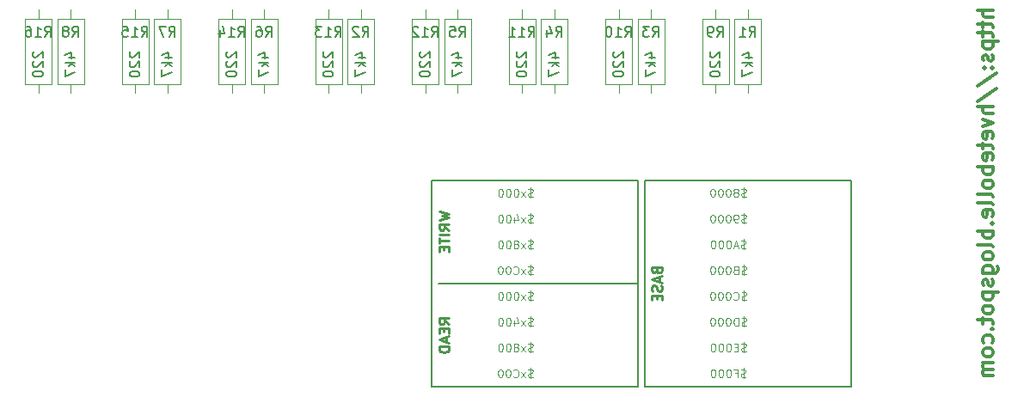
<source format=gbo>
G04 #@! TF.FileFunction,Legend,Bot*
%FSLAX46Y46*%
G04 Gerber Fmt 4.6, Leading zero omitted, Abs format (unit mm)*
G04 Created by KiCad (PCBNEW 4.0.7) date 02/11/19 20:09:09*
%MOMM*%
%LPD*%
G01*
G04 APERTURE LIST*
%ADD10C,0.100000*%
%ADD11C,0.250000*%
%ADD12C,0.200000*%
%ADD13C,0.300000*%
%ADD14C,0.120000*%
%ADD15C,0.150000*%
G04 APERTURE END LIST*
D10*
D11*
X140898571Y-125079286D02*
X140946190Y-125222143D01*
X140993810Y-125269762D01*
X141089048Y-125317381D01*
X141231905Y-125317381D01*
X141327143Y-125269762D01*
X141374762Y-125222143D01*
X141422381Y-125126905D01*
X141422381Y-124745952D01*
X140422381Y-124745952D01*
X140422381Y-125079286D01*
X140470000Y-125174524D01*
X140517619Y-125222143D01*
X140612857Y-125269762D01*
X140708095Y-125269762D01*
X140803333Y-125222143D01*
X140850952Y-125174524D01*
X140898571Y-125079286D01*
X140898571Y-124745952D01*
X141136667Y-125698333D02*
X141136667Y-126174524D01*
X141422381Y-125603095D02*
X140422381Y-125936428D01*
X141422381Y-126269762D01*
X141374762Y-126555476D02*
X141422381Y-126698333D01*
X141422381Y-126936429D01*
X141374762Y-127031667D01*
X141327143Y-127079286D01*
X141231905Y-127126905D01*
X141136667Y-127126905D01*
X141041429Y-127079286D01*
X140993810Y-127031667D01*
X140946190Y-126936429D01*
X140898571Y-126745952D01*
X140850952Y-126650714D01*
X140803333Y-126603095D01*
X140708095Y-126555476D01*
X140612857Y-126555476D01*
X140517619Y-126603095D01*
X140470000Y-126650714D01*
X140422381Y-126745952D01*
X140422381Y-126984048D01*
X140470000Y-127126905D01*
X140898571Y-127555476D02*
X140898571Y-127888810D01*
X141422381Y-128031667D02*
X141422381Y-127555476D01*
X140422381Y-127555476D01*
X140422381Y-128031667D01*
D12*
X139700000Y-136525000D02*
X139700000Y-116205000D01*
X160020000Y-136525000D02*
X139700000Y-136525000D01*
X160020000Y-116205000D02*
X160020000Y-136525000D01*
X139700000Y-116205000D02*
X160020000Y-116205000D01*
X119380000Y-126365000D02*
X139065000Y-126365000D01*
X118745000Y-136525000D02*
X118745000Y-116205000D01*
X139065000Y-136525000D02*
X118745000Y-136525000D01*
X139065000Y-116205000D02*
X139065000Y-136525000D01*
X118745000Y-116205000D02*
X139065000Y-116205000D01*
D10*
X128714286Y-135578810D02*
X128600000Y-135616905D01*
X128409524Y-135616905D01*
X128333334Y-135578810D01*
X128295238Y-135540714D01*
X128257143Y-135464524D01*
X128257143Y-135388333D01*
X128295238Y-135312143D01*
X128333334Y-135274048D01*
X128409524Y-135235952D01*
X128561905Y-135197857D01*
X128638096Y-135159762D01*
X128676191Y-135121667D01*
X128714286Y-135045476D01*
X128714286Y-134969286D01*
X128676191Y-134893095D01*
X128638096Y-134855000D01*
X128561905Y-134816905D01*
X128371429Y-134816905D01*
X128257143Y-134855000D01*
X128485715Y-134702619D02*
X128485715Y-135731190D01*
X127990476Y-135616905D02*
X127571429Y-135083571D01*
X127990476Y-135083571D02*
X127571429Y-135616905D01*
X126809524Y-135540714D02*
X126847619Y-135578810D01*
X126961905Y-135616905D01*
X127038095Y-135616905D01*
X127152381Y-135578810D01*
X127228572Y-135502619D01*
X127266667Y-135426429D01*
X127304762Y-135274048D01*
X127304762Y-135159762D01*
X127266667Y-135007381D01*
X127228572Y-134931190D01*
X127152381Y-134855000D01*
X127038095Y-134816905D01*
X126961905Y-134816905D01*
X126847619Y-134855000D01*
X126809524Y-134893095D01*
X126314286Y-134816905D02*
X126238095Y-134816905D01*
X126161905Y-134855000D01*
X126123810Y-134893095D01*
X126085714Y-134969286D01*
X126047619Y-135121667D01*
X126047619Y-135312143D01*
X126085714Y-135464524D01*
X126123810Y-135540714D01*
X126161905Y-135578810D01*
X126238095Y-135616905D01*
X126314286Y-135616905D01*
X126390476Y-135578810D01*
X126428572Y-135540714D01*
X126466667Y-135464524D01*
X126504762Y-135312143D01*
X126504762Y-135121667D01*
X126466667Y-134969286D01*
X126428572Y-134893095D01*
X126390476Y-134855000D01*
X126314286Y-134816905D01*
X125552381Y-134816905D02*
X125476190Y-134816905D01*
X125400000Y-134855000D01*
X125361905Y-134893095D01*
X125323809Y-134969286D01*
X125285714Y-135121667D01*
X125285714Y-135312143D01*
X125323809Y-135464524D01*
X125361905Y-135540714D01*
X125400000Y-135578810D01*
X125476190Y-135616905D01*
X125552381Y-135616905D01*
X125628571Y-135578810D01*
X125666667Y-135540714D01*
X125704762Y-135464524D01*
X125742857Y-135312143D01*
X125742857Y-135121667D01*
X125704762Y-134969286D01*
X125666667Y-134893095D01*
X125628571Y-134855000D01*
X125552381Y-134816905D01*
X128695238Y-133038810D02*
X128580952Y-133076905D01*
X128390476Y-133076905D01*
X128314286Y-133038810D01*
X128276190Y-133000714D01*
X128238095Y-132924524D01*
X128238095Y-132848333D01*
X128276190Y-132772143D01*
X128314286Y-132734048D01*
X128390476Y-132695952D01*
X128542857Y-132657857D01*
X128619048Y-132619762D01*
X128657143Y-132581667D01*
X128695238Y-132505476D01*
X128695238Y-132429286D01*
X128657143Y-132353095D01*
X128619048Y-132315000D01*
X128542857Y-132276905D01*
X128352381Y-132276905D01*
X128238095Y-132315000D01*
X128466667Y-132162619D02*
X128466667Y-133191190D01*
X127971428Y-133076905D02*
X127552381Y-132543571D01*
X127971428Y-132543571D02*
X127552381Y-133076905D01*
X127133333Y-132619762D02*
X127209524Y-132581667D01*
X127247619Y-132543571D01*
X127285714Y-132467381D01*
X127285714Y-132429286D01*
X127247619Y-132353095D01*
X127209524Y-132315000D01*
X127133333Y-132276905D01*
X126980952Y-132276905D01*
X126904762Y-132315000D01*
X126866666Y-132353095D01*
X126828571Y-132429286D01*
X126828571Y-132467381D01*
X126866666Y-132543571D01*
X126904762Y-132581667D01*
X126980952Y-132619762D01*
X127133333Y-132619762D01*
X127209524Y-132657857D01*
X127247619Y-132695952D01*
X127285714Y-132772143D01*
X127285714Y-132924524D01*
X127247619Y-133000714D01*
X127209524Y-133038810D01*
X127133333Y-133076905D01*
X126980952Y-133076905D01*
X126904762Y-133038810D01*
X126866666Y-133000714D01*
X126828571Y-132924524D01*
X126828571Y-132772143D01*
X126866666Y-132695952D01*
X126904762Y-132657857D01*
X126980952Y-132619762D01*
X126333333Y-132276905D02*
X126257142Y-132276905D01*
X126180952Y-132315000D01*
X126142857Y-132353095D01*
X126104761Y-132429286D01*
X126066666Y-132581667D01*
X126066666Y-132772143D01*
X126104761Y-132924524D01*
X126142857Y-133000714D01*
X126180952Y-133038810D01*
X126257142Y-133076905D01*
X126333333Y-133076905D01*
X126409523Y-133038810D01*
X126447619Y-133000714D01*
X126485714Y-132924524D01*
X126523809Y-132772143D01*
X126523809Y-132581667D01*
X126485714Y-132429286D01*
X126447619Y-132353095D01*
X126409523Y-132315000D01*
X126333333Y-132276905D01*
X125571428Y-132276905D02*
X125495237Y-132276905D01*
X125419047Y-132315000D01*
X125380952Y-132353095D01*
X125342856Y-132429286D01*
X125304761Y-132581667D01*
X125304761Y-132772143D01*
X125342856Y-132924524D01*
X125380952Y-133000714D01*
X125419047Y-133038810D01*
X125495237Y-133076905D01*
X125571428Y-133076905D01*
X125647618Y-133038810D01*
X125685714Y-133000714D01*
X125723809Y-132924524D01*
X125761904Y-132772143D01*
X125761904Y-132581667D01*
X125723809Y-132429286D01*
X125685714Y-132353095D01*
X125647618Y-132315000D01*
X125571428Y-132276905D01*
X128695238Y-130498810D02*
X128580952Y-130536905D01*
X128390476Y-130536905D01*
X128314286Y-130498810D01*
X128276190Y-130460714D01*
X128238095Y-130384524D01*
X128238095Y-130308333D01*
X128276190Y-130232143D01*
X128314286Y-130194048D01*
X128390476Y-130155952D01*
X128542857Y-130117857D01*
X128619048Y-130079762D01*
X128657143Y-130041667D01*
X128695238Y-129965476D01*
X128695238Y-129889286D01*
X128657143Y-129813095D01*
X128619048Y-129775000D01*
X128542857Y-129736905D01*
X128352381Y-129736905D01*
X128238095Y-129775000D01*
X128466667Y-129622619D02*
X128466667Y-130651190D01*
X127971428Y-130536905D02*
X127552381Y-130003571D01*
X127971428Y-130003571D02*
X127552381Y-130536905D01*
X126904762Y-130003571D02*
X126904762Y-130536905D01*
X127095238Y-129698810D02*
X127285714Y-130270238D01*
X126790476Y-130270238D01*
X126333333Y-129736905D02*
X126257142Y-129736905D01*
X126180952Y-129775000D01*
X126142857Y-129813095D01*
X126104761Y-129889286D01*
X126066666Y-130041667D01*
X126066666Y-130232143D01*
X126104761Y-130384524D01*
X126142857Y-130460714D01*
X126180952Y-130498810D01*
X126257142Y-130536905D01*
X126333333Y-130536905D01*
X126409523Y-130498810D01*
X126447619Y-130460714D01*
X126485714Y-130384524D01*
X126523809Y-130232143D01*
X126523809Y-130041667D01*
X126485714Y-129889286D01*
X126447619Y-129813095D01*
X126409523Y-129775000D01*
X126333333Y-129736905D01*
X125571428Y-129736905D02*
X125495237Y-129736905D01*
X125419047Y-129775000D01*
X125380952Y-129813095D01*
X125342856Y-129889286D01*
X125304761Y-130041667D01*
X125304761Y-130232143D01*
X125342856Y-130384524D01*
X125380952Y-130460714D01*
X125419047Y-130498810D01*
X125495237Y-130536905D01*
X125571428Y-130536905D01*
X125647618Y-130498810D01*
X125685714Y-130460714D01*
X125723809Y-130384524D01*
X125761904Y-130232143D01*
X125761904Y-130041667D01*
X125723809Y-129889286D01*
X125685714Y-129813095D01*
X125647618Y-129775000D01*
X125571428Y-129736905D01*
X128714286Y-125418810D02*
X128600000Y-125456905D01*
X128409524Y-125456905D01*
X128333334Y-125418810D01*
X128295238Y-125380714D01*
X128257143Y-125304524D01*
X128257143Y-125228333D01*
X128295238Y-125152143D01*
X128333334Y-125114048D01*
X128409524Y-125075952D01*
X128561905Y-125037857D01*
X128638096Y-124999762D01*
X128676191Y-124961667D01*
X128714286Y-124885476D01*
X128714286Y-124809286D01*
X128676191Y-124733095D01*
X128638096Y-124695000D01*
X128561905Y-124656905D01*
X128371429Y-124656905D01*
X128257143Y-124695000D01*
X128485715Y-124542619D02*
X128485715Y-125571190D01*
X127990476Y-125456905D02*
X127571429Y-124923571D01*
X127990476Y-124923571D02*
X127571429Y-125456905D01*
X126809524Y-125380714D02*
X126847619Y-125418810D01*
X126961905Y-125456905D01*
X127038095Y-125456905D01*
X127152381Y-125418810D01*
X127228572Y-125342619D01*
X127266667Y-125266429D01*
X127304762Y-125114048D01*
X127304762Y-124999762D01*
X127266667Y-124847381D01*
X127228572Y-124771190D01*
X127152381Y-124695000D01*
X127038095Y-124656905D01*
X126961905Y-124656905D01*
X126847619Y-124695000D01*
X126809524Y-124733095D01*
X126314286Y-124656905D02*
X126238095Y-124656905D01*
X126161905Y-124695000D01*
X126123810Y-124733095D01*
X126085714Y-124809286D01*
X126047619Y-124961667D01*
X126047619Y-125152143D01*
X126085714Y-125304524D01*
X126123810Y-125380714D01*
X126161905Y-125418810D01*
X126238095Y-125456905D01*
X126314286Y-125456905D01*
X126390476Y-125418810D01*
X126428572Y-125380714D01*
X126466667Y-125304524D01*
X126504762Y-125152143D01*
X126504762Y-124961667D01*
X126466667Y-124809286D01*
X126428572Y-124733095D01*
X126390476Y-124695000D01*
X126314286Y-124656905D01*
X125552381Y-124656905D02*
X125476190Y-124656905D01*
X125400000Y-124695000D01*
X125361905Y-124733095D01*
X125323809Y-124809286D01*
X125285714Y-124961667D01*
X125285714Y-125152143D01*
X125323809Y-125304524D01*
X125361905Y-125380714D01*
X125400000Y-125418810D01*
X125476190Y-125456905D01*
X125552381Y-125456905D01*
X125628571Y-125418810D01*
X125666667Y-125380714D01*
X125704762Y-125304524D01*
X125742857Y-125152143D01*
X125742857Y-124961667D01*
X125704762Y-124809286D01*
X125666667Y-124733095D01*
X125628571Y-124695000D01*
X125552381Y-124656905D01*
X128695238Y-122878810D02*
X128580952Y-122916905D01*
X128390476Y-122916905D01*
X128314286Y-122878810D01*
X128276190Y-122840714D01*
X128238095Y-122764524D01*
X128238095Y-122688333D01*
X128276190Y-122612143D01*
X128314286Y-122574048D01*
X128390476Y-122535952D01*
X128542857Y-122497857D01*
X128619048Y-122459762D01*
X128657143Y-122421667D01*
X128695238Y-122345476D01*
X128695238Y-122269286D01*
X128657143Y-122193095D01*
X128619048Y-122155000D01*
X128542857Y-122116905D01*
X128352381Y-122116905D01*
X128238095Y-122155000D01*
X128466667Y-122002619D02*
X128466667Y-123031190D01*
X127971428Y-122916905D02*
X127552381Y-122383571D01*
X127971428Y-122383571D02*
X127552381Y-122916905D01*
X127133333Y-122459762D02*
X127209524Y-122421667D01*
X127247619Y-122383571D01*
X127285714Y-122307381D01*
X127285714Y-122269286D01*
X127247619Y-122193095D01*
X127209524Y-122155000D01*
X127133333Y-122116905D01*
X126980952Y-122116905D01*
X126904762Y-122155000D01*
X126866666Y-122193095D01*
X126828571Y-122269286D01*
X126828571Y-122307381D01*
X126866666Y-122383571D01*
X126904762Y-122421667D01*
X126980952Y-122459762D01*
X127133333Y-122459762D01*
X127209524Y-122497857D01*
X127247619Y-122535952D01*
X127285714Y-122612143D01*
X127285714Y-122764524D01*
X127247619Y-122840714D01*
X127209524Y-122878810D01*
X127133333Y-122916905D01*
X126980952Y-122916905D01*
X126904762Y-122878810D01*
X126866666Y-122840714D01*
X126828571Y-122764524D01*
X126828571Y-122612143D01*
X126866666Y-122535952D01*
X126904762Y-122497857D01*
X126980952Y-122459762D01*
X126333333Y-122116905D02*
X126257142Y-122116905D01*
X126180952Y-122155000D01*
X126142857Y-122193095D01*
X126104761Y-122269286D01*
X126066666Y-122421667D01*
X126066666Y-122612143D01*
X126104761Y-122764524D01*
X126142857Y-122840714D01*
X126180952Y-122878810D01*
X126257142Y-122916905D01*
X126333333Y-122916905D01*
X126409523Y-122878810D01*
X126447619Y-122840714D01*
X126485714Y-122764524D01*
X126523809Y-122612143D01*
X126523809Y-122421667D01*
X126485714Y-122269286D01*
X126447619Y-122193095D01*
X126409523Y-122155000D01*
X126333333Y-122116905D01*
X125571428Y-122116905D02*
X125495237Y-122116905D01*
X125419047Y-122155000D01*
X125380952Y-122193095D01*
X125342856Y-122269286D01*
X125304761Y-122421667D01*
X125304761Y-122612143D01*
X125342856Y-122764524D01*
X125380952Y-122840714D01*
X125419047Y-122878810D01*
X125495237Y-122916905D01*
X125571428Y-122916905D01*
X125647618Y-122878810D01*
X125685714Y-122840714D01*
X125723809Y-122764524D01*
X125761904Y-122612143D01*
X125761904Y-122421667D01*
X125723809Y-122269286D01*
X125685714Y-122193095D01*
X125647618Y-122155000D01*
X125571428Y-122116905D01*
X128695238Y-120338810D02*
X128580952Y-120376905D01*
X128390476Y-120376905D01*
X128314286Y-120338810D01*
X128276190Y-120300714D01*
X128238095Y-120224524D01*
X128238095Y-120148333D01*
X128276190Y-120072143D01*
X128314286Y-120034048D01*
X128390476Y-119995952D01*
X128542857Y-119957857D01*
X128619048Y-119919762D01*
X128657143Y-119881667D01*
X128695238Y-119805476D01*
X128695238Y-119729286D01*
X128657143Y-119653095D01*
X128619048Y-119615000D01*
X128542857Y-119576905D01*
X128352381Y-119576905D01*
X128238095Y-119615000D01*
X128466667Y-119462619D02*
X128466667Y-120491190D01*
X127971428Y-120376905D02*
X127552381Y-119843571D01*
X127971428Y-119843571D02*
X127552381Y-120376905D01*
X126904762Y-119843571D02*
X126904762Y-120376905D01*
X127095238Y-119538810D02*
X127285714Y-120110238D01*
X126790476Y-120110238D01*
X126333333Y-119576905D02*
X126257142Y-119576905D01*
X126180952Y-119615000D01*
X126142857Y-119653095D01*
X126104761Y-119729286D01*
X126066666Y-119881667D01*
X126066666Y-120072143D01*
X126104761Y-120224524D01*
X126142857Y-120300714D01*
X126180952Y-120338810D01*
X126257142Y-120376905D01*
X126333333Y-120376905D01*
X126409523Y-120338810D01*
X126447619Y-120300714D01*
X126485714Y-120224524D01*
X126523809Y-120072143D01*
X126523809Y-119881667D01*
X126485714Y-119729286D01*
X126447619Y-119653095D01*
X126409523Y-119615000D01*
X126333333Y-119576905D01*
X125571428Y-119576905D02*
X125495237Y-119576905D01*
X125419047Y-119615000D01*
X125380952Y-119653095D01*
X125342856Y-119729286D01*
X125304761Y-119881667D01*
X125304761Y-120072143D01*
X125342856Y-120224524D01*
X125380952Y-120300714D01*
X125419047Y-120338810D01*
X125495237Y-120376905D01*
X125571428Y-120376905D01*
X125647618Y-120338810D01*
X125685714Y-120300714D01*
X125723809Y-120224524D01*
X125761904Y-120072143D01*
X125761904Y-119881667D01*
X125723809Y-119729286D01*
X125685714Y-119653095D01*
X125647618Y-119615000D01*
X125571428Y-119576905D01*
X128695238Y-127958810D02*
X128580952Y-127996905D01*
X128390476Y-127996905D01*
X128314286Y-127958810D01*
X128276190Y-127920714D01*
X128238095Y-127844524D01*
X128238095Y-127768333D01*
X128276190Y-127692143D01*
X128314286Y-127654048D01*
X128390476Y-127615952D01*
X128542857Y-127577857D01*
X128619048Y-127539762D01*
X128657143Y-127501667D01*
X128695238Y-127425476D01*
X128695238Y-127349286D01*
X128657143Y-127273095D01*
X128619048Y-127235000D01*
X128542857Y-127196905D01*
X128352381Y-127196905D01*
X128238095Y-127235000D01*
X128466667Y-127082619D02*
X128466667Y-128111190D01*
X127971428Y-127996905D02*
X127552381Y-127463571D01*
X127971428Y-127463571D02*
X127552381Y-127996905D01*
X127095238Y-127196905D02*
X127019047Y-127196905D01*
X126942857Y-127235000D01*
X126904762Y-127273095D01*
X126866666Y-127349286D01*
X126828571Y-127501667D01*
X126828571Y-127692143D01*
X126866666Y-127844524D01*
X126904762Y-127920714D01*
X126942857Y-127958810D01*
X127019047Y-127996905D01*
X127095238Y-127996905D01*
X127171428Y-127958810D01*
X127209524Y-127920714D01*
X127247619Y-127844524D01*
X127285714Y-127692143D01*
X127285714Y-127501667D01*
X127247619Y-127349286D01*
X127209524Y-127273095D01*
X127171428Y-127235000D01*
X127095238Y-127196905D01*
X126333333Y-127196905D02*
X126257142Y-127196905D01*
X126180952Y-127235000D01*
X126142857Y-127273095D01*
X126104761Y-127349286D01*
X126066666Y-127501667D01*
X126066666Y-127692143D01*
X126104761Y-127844524D01*
X126142857Y-127920714D01*
X126180952Y-127958810D01*
X126257142Y-127996905D01*
X126333333Y-127996905D01*
X126409523Y-127958810D01*
X126447619Y-127920714D01*
X126485714Y-127844524D01*
X126523809Y-127692143D01*
X126523809Y-127501667D01*
X126485714Y-127349286D01*
X126447619Y-127273095D01*
X126409523Y-127235000D01*
X126333333Y-127196905D01*
X125571428Y-127196905D02*
X125495237Y-127196905D01*
X125419047Y-127235000D01*
X125380952Y-127273095D01*
X125342856Y-127349286D01*
X125304761Y-127501667D01*
X125304761Y-127692143D01*
X125342856Y-127844524D01*
X125380952Y-127920714D01*
X125419047Y-127958810D01*
X125495237Y-127996905D01*
X125571428Y-127996905D01*
X125647618Y-127958810D01*
X125685714Y-127920714D01*
X125723809Y-127844524D01*
X125761904Y-127692143D01*
X125761904Y-127501667D01*
X125723809Y-127349286D01*
X125685714Y-127273095D01*
X125647618Y-127235000D01*
X125571428Y-127196905D01*
X128695238Y-117798810D02*
X128580952Y-117836905D01*
X128390476Y-117836905D01*
X128314286Y-117798810D01*
X128276190Y-117760714D01*
X128238095Y-117684524D01*
X128238095Y-117608333D01*
X128276190Y-117532143D01*
X128314286Y-117494048D01*
X128390476Y-117455952D01*
X128542857Y-117417857D01*
X128619048Y-117379762D01*
X128657143Y-117341667D01*
X128695238Y-117265476D01*
X128695238Y-117189286D01*
X128657143Y-117113095D01*
X128619048Y-117075000D01*
X128542857Y-117036905D01*
X128352381Y-117036905D01*
X128238095Y-117075000D01*
X128466667Y-116922619D02*
X128466667Y-117951190D01*
X127971428Y-117836905D02*
X127552381Y-117303571D01*
X127971428Y-117303571D02*
X127552381Y-117836905D01*
X127095238Y-117036905D02*
X127019047Y-117036905D01*
X126942857Y-117075000D01*
X126904762Y-117113095D01*
X126866666Y-117189286D01*
X126828571Y-117341667D01*
X126828571Y-117532143D01*
X126866666Y-117684524D01*
X126904762Y-117760714D01*
X126942857Y-117798810D01*
X127019047Y-117836905D01*
X127095238Y-117836905D01*
X127171428Y-117798810D01*
X127209524Y-117760714D01*
X127247619Y-117684524D01*
X127285714Y-117532143D01*
X127285714Y-117341667D01*
X127247619Y-117189286D01*
X127209524Y-117113095D01*
X127171428Y-117075000D01*
X127095238Y-117036905D01*
X126333333Y-117036905D02*
X126257142Y-117036905D01*
X126180952Y-117075000D01*
X126142857Y-117113095D01*
X126104761Y-117189286D01*
X126066666Y-117341667D01*
X126066666Y-117532143D01*
X126104761Y-117684524D01*
X126142857Y-117760714D01*
X126180952Y-117798810D01*
X126257142Y-117836905D01*
X126333333Y-117836905D01*
X126409523Y-117798810D01*
X126447619Y-117760714D01*
X126485714Y-117684524D01*
X126523809Y-117532143D01*
X126523809Y-117341667D01*
X126485714Y-117189286D01*
X126447619Y-117113095D01*
X126409523Y-117075000D01*
X126333333Y-117036905D01*
X125571428Y-117036905D02*
X125495237Y-117036905D01*
X125419047Y-117075000D01*
X125380952Y-117113095D01*
X125342856Y-117189286D01*
X125304761Y-117341667D01*
X125304761Y-117532143D01*
X125342856Y-117684524D01*
X125380952Y-117760714D01*
X125419047Y-117798810D01*
X125495237Y-117836905D01*
X125571428Y-117836905D01*
X125647618Y-117798810D01*
X125685714Y-117760714D01*
X125723809Y-117684524D01*
X125761904Y-117532143D01*
X125761904Y-117341667D01*
X125723809Y-117189286D01*
X125685714Y-117113095D01*
X125647618Y-117075000D01*
X125571428Y-117036905D01*
X149669286Y-135578810D02*
X149555000Y-135616905D01*
X149364524Y-135616905D01*
X149288334Y-135578810D01*
X149250238Y-135540714D01*
X149212143Y-135464524D01*
X149212143Y-135388333D01*
X149250238Y-135312143D01*
X149288334Y-135274048D01*
X149364524Y-135235952D01*
X149516905Y-135197857D01*
X149593096Y-135159762D01*
X149631191Y-135121667D01*
X149669286Y-135045476D01*
X149669286Y-134969286D01*
X149631191Y-134893095D01*
X149593096Y-134855000D01*
X149516905Y-134816905D01*
X149326429Y-134816905D01*
X149212143Y-134855000D01*
X149440715Y-134702619D02*
X149440715Y-135731190D01*
X148602619Y-135197857D02*
X148869286Y-135197857D01*
X148869286Y-135616905D02*
X148869286Y-134816905D01*
X148488333Y-134816905D01*
X148031191Y-134816905D02*
X147955000Y-134816905D01*
X147878810Y-134855000D01*
X147840715Y-134893095D01*
X147802619Y-134969286D01*
X147764524Y-135121667D01*
X147764524Y-135312143D01*
X147802619Y-135464524D01*
X147840715Y-135540714D01*
X147878810Y-135578810D01*
X147955000Y-135616905D01*
X148031191Y-135616905D01*
X148107381Y-135578810D01*
X148145477Y-135540714D01*
X148183572Y-135464524D01*
X148221667Y-135312143D01*
X148221667Y-135121667D01*
X148183572Y-134969286D01*
X148145477Y-134893095D01*
X148107381Y-134855000D01*
X148031191Y-134816905D01*
X147269286Y-134816905D02*
X147193095Y-134816905D01*
X147116905Y-134855000D01*
X147078810Y-134893095D01*
X147040714Y-134969286D01*
X147002619Y-135121667D01*
X147002619Y-135312143D01*
X147040714Y-135464524D01*
X147078810Y-135540714D01*
X147116905Y-135578810D01*
X147193095Y-135616905D01*
X147269286Y-135616905D01*
X147345476Y-135578810D01*
X147383572Y-135540714D01*
X147421667Y-135464524D01*
X147459762Y-135312143D01*
X147459762Y-135121667D01*
X147421667Y-134969286D01*
X147383572Y-134893095D01*
X147345476Y-134855000D01*
X147269286Y-134816905D01*
X146507381Y-134816905D02*
X146431190Y-134816905D01*
X146355000Y-134855000D01*
X146316905Y-134893095D01*
X146278809Y-134969286D01*
X146240714Y-135121667D01*
X146240714Y-135312143D01*
X146278809Y-135464524D01*
X146316905Y-135540714D01*
X146355000Y-135578810D01*
X146431190Y-135616905D01*
X146507381Y-135616905D01*
X146583571Y-135578810D01*
X146621667Y-135540714D01*
X146659762Y-135464524D01*
X146697857Y-135312143D01*
X146697857Y-135121667D01*
X146659762Y-134969286D01*
X146621667Y-134893095D01*
X146583571Y-134855000D01*
X146507381Y-134816905D01*
X149688334Y-133038810D02*
X149574048Y-133076905D01*
X149383572Y-133076905D01*
X149307382Y-133038810D01*
X149269286Y-133000714D01*
X149231191Y-132924524D01*
X149231191Y-132848333D01*
X149269286Y-132772143D01*
X149307382Y-132734048D01*
X149383572Y-132695952D01*
X149535953Y-132657857D01*
X149612144Y-132619762D01*
X149650239Y-132581667D01*
X149688334Y-132505476D01*
X149688334Y-132429286D01*
X149650239Y-132353095D01*
X149612144Y-132315000D01*
X149535953Y-132276905D01*
X149345477Y-132276905D01*
X149231191Y-132315000D01*
X149459763Y-132162619D02*
X149459763Y-133191190D01*
X148888334Y-132657857D02*
X148621667Y-132657857D01*
X148507381Y-133076905D02*
X148888334Y-133076905D01*
X148888334Y-132276905D01*
X148507381Y-132276905D01*
X148012143Y-132276905D02*
X147935952Y-132276905D01*
X147859762Y-132315000D01*
X147821667Y-132353095D01*
X147783571Y-132429286D01*
X147745476Y-132581667D01*
X147745476Y-132772143D01*
X147783571Y-132924524D01*
X147821667Y-133000714D01*
X147859762Y-133038810D01*
X147935952Y-133076905D01*
X148012143Y-133076905D01*
X148088333Y-133038810D01*
X148126429Y-133000714D01*
X148164524Y-132924524D01*
X148202619Y-132772143D01*
X148202619Y-132581667D01*
X148164524Y-132429286D01*
X148126429Y-132353095D01*
X148088333Y-132315000D01*
X148012143Y-132276905D01*
X147250238Y-132276905D02*
X147174047Y-132276905D01*
X147097857Y-132315000D01*
X147059762Y-132353095D01*
X147021666Y-132429286D01*
X146983571Y-132581667D01*
X146983571Y-132772143D01*
X147021666Y-132924524D01*
X147059762Y-133000714D01*
X147097857Y-133038810D01*
X147174047Y-133076905D01*
X147250238Y-133076905D01*
X147326428Y-133038810D01*
X147364524Y-133000714D01*
X147402619Y-132924524D01*
X147440714Y-132772143D01*
X147440714Y-132581667D01*
X147402619Y-132429286D01*
X147364524Y-132353095D01*
X147326428Y-132315000D01*
X147250238Y-132276905D01*
X146488333Y-132276905D02*
X146412142Y-132276905D01*
X146335952Y-132315000D01*
X146297857Y-132353095D01*
X146259761Y-132429286D01*
X146221666Y-132581667D01*
X146221666Y-132772143D01*
X146259761Y-132924524D01*
X146297857Y-133000714D01*
X146335952Y-133038810D01*
X146412142Y-133076905D01*
X146488333Y-133076905D01*
X146564523Y-133038810D01*
X146602619Y-133000714D01*
X146640714Y-132924524D01*
X146678809Y-132772143D01*
X146678809Y-132581667D01*
X146640714Y-132429286D01*
X146602619Y-132353095D01*
X146564523Y-132315000D01*
X146488333Y-132276905D01*
X149726429Y-130498810D02*
X149612143Y-130536905D01*
X149421667Y-130536905D01*
X149345477Y-130498810D01*
X149307381Y-130460714D01*
X149269286Y-130384524D01*
X149269286Y-130308333D01*
X149307381Y-130232143D01*
X149345477Y-130194048D01*
X149421667Y-130155952D01*
X149574048Y-130117857D01*
X149650239Y-130079762D01*
X149688334Y-130041667D01*
X149726429Y-129965476D01*
X149726429Y-129889286D01*
X149688334Y-129813095D01*
X149650239Y-129775000D01*
X149574048Y-129736905D01*
X149383572Y-129736905D01*
X149269286Y-129775000D01*
X149497858Y-129622619D02*
X149497858Y-130651190D01*
X148926429Y-130536905D02*
X148926429Y-129736905D01*
X148735953Y-129736905D01*
X148621667Y-129775000D01*
X148545476Y-129851190D01*
X148507381Y-129927381D01*
X148469286Y-130079762D01*
X148469286Y-130194048D01*
X148507381Y-130346429D01*
X148545476Y-130422619D01*
X148621667Y-130498810D01*
X148735953Y-130536905D01*
X148926429Y-130536905D01*
X147974048Y-129736905D02*
X147897857Y-129736905D01*
X147821667Y-129775000D01*
X147783572Y-129813095D01*
X147745476Y-129889286D01*
X147707381Y-130041667D01*
X147707381Y-130232143D01*
X147745476Y-130384524D01*
X147783572Y-130460714D01*
X147821667Y-130498810D01*
X147897857Y-130536905D01*
X147974048Y-130536905D01*
X148050238Y-130498810D01*
X148088334Y-130460714D01*
X148126429Y-130384524D01*
X148164524Y-130232143D01*
X148164524Y-130041667D01*
X148126429Y-129889286D01*
X148088334Y-129813095D01*
X148050238Y-129775000D01*
X147974048Y-129736905D01*
X147212143Y-129736905D02*
X147135952Y-129736905D01*
X147059762Y-129775000D01*
X147021667Y-129813095D01*
X146983571Y-129889286D01*
X146945476Y-130041667D01*
X146945476Y-130232143D01*
X146983571Y-130384524D01*
X147021667Y-130460714D01*
X147059762Y-130498810D01*
X147135952Y-130536905D01*
X147212143Y-130536905D01*
X147288333Y-130498810D01*
X147326429Y-130460714D01*
X147364524Y-130384524D01*
X147402619Y-130232143D01*
X147402619Y-130041667D01*
X147364524Y-129889286D01*
X147326429Y-129813095D01*
X147288333Y-129775000D01*
X147212143Y-129736905D01*
X146450238Y-129736905D02*
X146374047Y-129736905D01*
X146297857Y-129775000D01*
X146259762Y-129813095D01*
X146221666Y-129889286D01*
X146183571Y-130041667D01*
X146183571Y-130232143D01*
X146221666Y-130384524D01*
X146259762Y-130460714D01*
X146297857Y-130498810D01*
X146374047Y-130536905D01*
X146450238Y-130536905D01*
X146526428Y-130498810D01*
X146564524Y-130460714D01*
X146602619Y-130384524D01*
X146640714Y-130232143D01*
X146640714Y-130041667D01*
X146602619Y-129889286D01*
X146564524Y-129813095D01*
X146526428Y-129775000D01*
X146450238Y-129736905D01*
X149726429Y-127958810D02*
X149612143Y-127996905D01*
X149421667Y-127996905D01*
X149345477Y-127958810D01*
X149307381Y-127920714D01*
X149269286Y-127844524D01*
X149269286Y-127768333D01*
X149307381Y-127692143D01*
X149345477Y-127654048D01*
X149421667Y-127615952D01*
X149574048Y-127577857D01*
X149650239Y-127539762D01*
X149688334Y-127501667D01*
X149726429Y-127425476D01*
X149726429Y-127349286D01*
X149688334Y-127273095D01*
X149650239Y-127235000D01*
X149574048Y-127196905D01*
X149383572Y-127196905D01*
X149269286Y-127235000D01*
X149497858Y-127082619D02*
X149497858Y-128111190D01*
X148469286Y-127920714D02*
X148507381Y-127958810D01*
X148621667Y-127996905D01*
X148697857Y-127996905D01*
X148812143Y-127958810D01*
X148888334Y-127882619D01*
X148926429Y-127806429D01*
X148964524Y-127654048D01*
X148964524Y-127539762D01*
X148926429Y-127387381D01*
X148888334Y-127311190D01*
X148812143Y-127235000D01*
X148697857Y-127196905D01*
X148621667Y-127196905D01*
X148507381Y-127235000D01*
X148469286Y-127273095D01*
X147974048Y-127196905D02*
X147897857Y-127196905D01*
X147821667Y-127235000D01*
X147783572Y-127273095D01*
X147745476Y-127349286D01*
X147707381Y-127501667D01*
X147707381Y-127692143D01*
X147745476Y-127844524D01*
X147783572Y-127920714D01*
X147821667Y-127958810D01*
X147897857Y-127996905D01*
X147974048Y-127996905D01*
X148050238Y-127958810D01*
X148088334Y-127920714D01*
X148126429Y-127844524D01*
X148164524Y-127692143D01*
X148164524Y-127501667D01*
X148126429Y-127349286D01*
X148088334Y-127273095D01*
X148050238Y-127235000D01*
X147974048Y-127196905D01*
X147212143Y-127196905D02*
X147135952Y-127196905D01*
X147059762Y-127235000D01*
X147021667Y-127273095D01*
X146983571Y-127349286D01*
X146945476Y-127501667D01*
X146945476Y-127692143D01*
X146983571Y-127844524D01*
X147021667Y-127920714D01*
X147059762Y-127958810D01*
X147135952Y-127996905D01*
X147212143Y-127996905D01*
X147288333Y-127958810D01*
X147326429Y-127920714D01*
X147364524Y-127844524D01*
X147402619Y-127692143D01*
X147402619Y-127501667D01*
X147364524Y-127349286D01*
X147326429Y-127273095D01*
X147288333Y-127235000D01*
X147212143Y-127196905D01*
X146450238Y-127196905D02*
X146374047Y-127196905D01*
X146297857Y-127235000D01*
X146259762Y-127273095D01*
X146221666Y-127349286D01*
X146183571Y-127501667D01*
X146183571Y-127692143D01*
X146221666Y-127844524D01*
X146259762Y-127920714D01*
X146297857Y-127958810D01*
X146374047Y-127996905D01*
X146450238Y-127996905D01*
X146526428Y-127958810D01*
X146564524Y-127920714D01*
X146602619Y-127844524D01*
X146640714Y-127692143D01*
X146640714Y-127501667D01*
X146602619Y-127349286D01*
X146564524Y-127273095D01*
X146526428Y-127235000D01*
X146450238Y-127196905D01*
X149726429Y-125418810D02*
X149612143Y-125456905D01*
X149421667Y-125456905D01*
X149345477Y-125418810D01*
X149307381Y-125380714D01*
X149269286Y-125304524D01*
X149269286Y-125228333D01*
X149307381Y-125152143D01*
X149345477Y-125114048D01*
X149421667Y-125075952D01*
X149574048Y-125037857D01*
X149650239Y-124999762D01*
X149688334Y-124961667D01*
X149726429Y-124885476D01*
X149726429Y-124809286D01*
X149688334Y-124733095D01*
X149650239Y-124695000D01*
X149574048Y-124656905D01*
X149383572Y-124656905D01*
X149269286Y-124695000D01*
X149497858Y-124542619D02*
X149497858Y-125571190D01*
X148659762Y-125037857D02*
X148545476Y-125075952D01*
X148507381Y-125114048D01*
X148469286Y-125190238D01*
X148469286Y-125304524D01*
X148507381Y-125380714D01*
X148545476Y-125418810D01*
X148621667Y-125456905D01*
X148926429Y-125456905D01*
X148926429Y-124656905D01*
X148659762Y-124656905D01*
X148583572Y-124695000D01*
X148545476Y-124733095D01*
X148507381Y-124809286D01*
X148507381Y-124885476D01*
X148545476Y-124961667D01*
X148583572Y-124999762D01*
X148659762Y-125037857D01*
X148926429Y-125037857D01*
X147974048Y-124656905D02*
X147897857Y-124656905D01*
X147821667Y-124695000D01*
X147783572Y-124733095D01*
X147745476Y-124809286D01*
X147707381Y-124961667D01*
X147707381Y-125152143D01*
X147745476Y-125304524D01*
X147783572Y-125380714D01*
X147821667Y-125418810D01*
X147897857Y-125456905D01*
X147974048Y-125456905D01*
X148050238Y-125418810D01*
X148088334Y-125380714D01*
X148126429Y-125304524D01*
X148164524Y-125152143D01*
X148164524Y-124961667D01*
X148126429Y-124809286D01*
X148088334Y-124733095D01*
X148050238Y-124695000D01*
X147974048Y-124656905D01*
X147212143Y-124656905D02*
X147135952Y-124656905D01*
X147059762Y-124695000D01*
X147021667Y-124733095D01*
X146983571Y-124809286D01*
X146945476Y-124961667D01*
X146945476Y-125152143D01*
X146983571Y-125304524D01*
X147021667Y-125380714D01*
X147059762Y-125418810D01*
X147135952Y-125456905D01*
X147212143Y-125456905D01*
X147288333Y-125418810D01*
X147326429Y-125380714D01*
X147364524Y-125304524D01*
X147402619Y-125152143D01*
X147402619Y-124961667D01*
X147364524Y-124809286D01*
X147326429Y-124733095D01*
X147288333Y-124695000D01*
X147212143Y-124656905D01*
X146450238Y-124656905D02*
X146374047Y-124656905D01*
X146297857Y-124695000D01*
X146259762Y-124733095D01*
X146221666Y-124809286D01*
X146183571Y-124961667D01*
X146183571Y-125152143D01*
X146221666Y-125304524D01*
X146259762Y-125380714D01*
X146297857Y-125418810D01*
X146374047Y-125456905D01*
X146450238Y-125456905D01*
X146526428Y-125418810D01*
X146564524Y-125380714D01*
X146602619Y-125304524D01*
X146640714Y-125152143D01*
X146640714Y-124961667D01*
X146602619Y-124809286D01*
X146564524Y-124733095D01*
X146526428Y-124695000D01*
X146450238Y-124656905D01*
X149669286Y-122878810D02*
X149555000Y-122916905D01*
X149364524Y-122916905D01*
X149288334Y-122878810D01*
X149250238Y-122840714D01*
X149212143Y-122764524D01*
X149212143Y-122688333D01*
X149250238Y-122612143D01*
X149288334Y-122574048D01*
X149364524Y-122535952D01*
X149516905Y-122497857D01*
X149593096Y-122459762D01*
X149631191Y-122421667D01*
X149669286Y-122345476D01*
X149669286Y-122269286D01*
X149631191Y-122193095D01*
X149593096Y-122155000D01*
X149516905Y-122116905D01*
X149326429Y-122116905D01*
X149212143Y-122155000D01*
X149440715Y-122002619D02*
X149440715Y-123031190D01*
X148907381Y-122688333D02*
X148526429Y-122688333D01*
X148983572Y-122916905D02*
X148716905Y-122116905D01*
X148450238Y-122916905D01*
X148031191Y-122116905D02*
X147955000Y-122116905D01*
X147878810Y-122155000D01*
X147840715Y-122193095D01*
X147802619Y-122269286D01*
X147764524Y-122421667D01*
X147764524Y-122612143D01*
X147802619Y-122764524D01*
X147840715Y-122840714D01*
X147878810Y-122878810D01*
X147955000Y-122916905D01*
X148031191Y-122916905D01*
X148107381Y-122878810D01*
X148145477Y-122840714D01*
X148183572Y-122764524D01*
X148221667Y-122612143D01*
X148221667Y-122421667D01*
X148183572Y-122269286D01*
X148145477Y-122193095D01*
X148107381Y-122155000D01*
X148031191Y-122116905D01*
X147269286Y-122116905D02*
X147193095Y-122116905D01*
X147116905Y-122155000D01*
X147078810Y-122193095D01*
X147040714Y-122269286D01*
X147002619Y-122421667D01*
X147002619Y-122612143D01*
X147040714Y-122764524D01*
X147078810Y-122840714D01*
X147116905Y-122878810D01*
X147193095Y-122916905D01*
X147269286Y-122916905D01*
X147345476Y-122878810D01*
X147383572Y-122840714D01*
X147421667Y-122764524D01*
X147459762Y-122612143D01*
X147459762Y-122421667D01*
X147421667Y-122269286D01*
X147383572Y-122193095D01*
X147345476Y-122155000D01*
X147269286Y-122116905D01*
X146507381Y-122116905D02*
X146431190Y-122116905D01*
X146355000Y-122155000D01*
X146316905Y-122193095D01*
X146278809Y-122269286D01*
X146240714Y-122421667D01*
X146240714Y-122612143D01*
X146278809Y-122764524D01*
X146316905Y-122840714D01*
X146355000Y-122878810D01*
X146431190Y-122916905D01*
X146507381Y-122916905D01*
X146583571Y-122878810D01*
X146621667Y-122840714D01*
X146659762Y-122764524D01*
X146697857Y-122612143D01*
X146697857Y-122421667D01*
X146659762Y-122269286D01*
X146621667Y-122193095D01*
X146583571Y-122155000D01*
X146507381Y-122116905D01*
X149707381Y-120338810D02*
X149593095Y-120376905D01*
X149402619Y-120376905D01*
X149326429Y-120338810D01*
X149288333Y-120300714D01*
X149250238Y-120224524D01*
X149250238Y-120148333D01*
X149288333Y-120072143D01*
X149326429Y-120034048D01*
X149402619Y-119995952D01*
X149555000Y-119957857D01*
X149631191Y-119919762D01*
X149669286Y-119881667D01*
X149707381Y-119805476D01*
X149707381Y-119729286D01*
X149669286Y-119653095D01*
X149631191Y-119615000D01*
X149555000Y-119576905D01*
X149364524Y-119576905D01*
X149250238Y-119615000D01*
X149478810Y-119462619D02*
X149478810Y-120491190D01*
X148869286Y-120376905D02*
X148716905Y-120376905D01*
X148640714Y-120338810D01*
X148602619Y-120300714D01*
X148526428Y-120186429D01*
X148488333Y-120034048D01*
X148488333Y-119729286D01*
X148526428Y-119653095D01*
X148564524Y-119615000D01*
X148640714Y-119576905D01*
X148793095Y-119576905D01*
X148869286Y-119615000D01*
X148907381Y-119653095D01*
X148945476Y-119729286D01*
X148945476Y-119919762D01*
X148907381Y-119995952D01*
X148869286Y-120034048D01*
X148793095Y-120072143D01*
X148640714Y-120072143D01*
X148564524Y-120034048D01*
X148526428Y-119995952D01*
X148488333Y-119919762D01*
X147993095Y-119576905D02*
X147916904Y-119576905D01*
X147840714Y-119615000D01*
X147802619Y-119653095D01*
X147764523Y-119729286D01*
X147726428Y-119881667D01*
X147726428Y-120072143D01*
X147764523Y-120224524D01*
X147802619Y-120300714D01*
X147840714Y-120338810D01*
X147916904Y-120376905D01*
X147993095Y-120376905D01*
X148069285Y-120338810D01*
X148107381Y-120300714D01*
X148145476Y-120224524D01*
X148183571Y-120072143D01*
X148183571Y-119881667D01*
X148145476Y-119729286D01*
X148107381Y-119653095D01*
X148069285Y-119615000D01*
X147993095Y-119576905D01*
X147231190Y-119576905D02*
X147154999Y-119576905D01*
X147078809Y-119615000D01*
X147040714Y-119653095D01*
X147002618Y-119729286D01*
X146964523Y-119881667D01*
X146964523Y-120072143D01*
X147002618Y-120224524D01*
X147040714Y-120300714D01*
X147078809Y-120338810D01*
X147154999Y-120376905D01*
X147231190Y-120376905D01*
X147307380Y-120338810D01*
X147345476Y-120300714D01*
X147383571Y-120224524D01*
X147421666Y-120072143D01*
X147421666Y-119881667D01*
X147383571Y-119729286D01*
X147345476Y-119653095D01*
X147307380Y-119615000D01*
X147231190Y-119576905D01*
X146469285Y-119576905D02*
X146393094Y-119576905D01*
X146316904Y-119615000D01*
X146278809Y-119653095D01*
X146240713Y-119729286D01*
X146202618Y-119881667D01*
X146202618Y-120072143D01*
X146240713Y-120224524D01*
X146278809Y-120300714D01*
X146316904Y-120338810D01*
X146393094Y-120376905D01*
X146469285Y-120376905D01*
X146545475Y-120338810D01*
X146583571Y-120300714D01*
X146621666Y-120224524D01*
X146659761Y-120072143D01*
X146659761Y-119881667D01*
X146621666Y-119729286D01*
X146583571Y-119653095D01*
X146545475Y-119615000D01*
X146469285Y-119576905D01*
X149707381Y-117798810D02*
X149593095Y-117836905D01*
X149402619Y-117836905D01*
X149326429Y-117798810D01*
X149288333Y-117760714D01*
X149250238Y-117684524D01*
X149250238Y-117608333D01*
X149288333Y-117532143D01*
X149326429Y-117494048D01*
X149402619Y-117455952D01*
X149555000Y-117417857D01*
X149631191Y-117379762D01*
X149669286Y-117341667D01*
X149707381Y-117265476D01*
X149707381Y-117189286D01*
X149669286Y-117113095D01*
X149631191Y-117075000D01*
X149555000Y-117036905D01*
X149364524Y-117036905D01*
X149250238Y-117075000D01*
X149478810Y-116922619D02*
X149478810Y-117951190D01*
X148793095Y-117379762D02*
X148869286Y-117341667D01*
X148907381Y-117303571D01*
X148945476Y-117227381D01*
X148945476Y-117189286D01*
X148907381Y-117113095D01*
X148869286Y-117075000D01*
X148793095Y-117036905D01*
X148640714Y-117036905D01*
X148564524Y-117075000D01*
X148526428Y-117113095D01*
X148488333Y-117189286D01*
X148488333Y-117227381D01*
X148526428Y-117303571D01*
X148564524Y-117341667D01*
X148640714Y-117379762D01*
X148793095Y-117379762D01*
X148869286Y-117417857D01*
X148907381Y-117455952D01*
X148945476Y-117532143D01*
X148945476Y-117684524D01*
X148907381Y-117760714D01*
X148869286Y-117798810D01*
X148793095Y-117836905D01*
X148640714Y-117836905D01*
X148564524Y-117798810D01*
X148526428Y-117760714D01*
X148488333Y-117684524D01*
X148488333Y-117532143D01*
X148526428Y-117455952D01*
X148564524Y-117417857D01*
X148640714Y-117379762D01*
X147993095Y-117036905D02*
X147916904Y-117036905D01*
X147840714Y-117075000D01*
X147802619Y-117113095D01*
X147764523Y-117189286D01*
X147726428Y-117341667D01*
X147726428Y-117532143D01*
X147764523Y-117684524D01*
X147802619Y-117760714D01*
X147840714Y-117798810D01*
X147916904Y-117836905D01*
X147993095Y-117836905D01*
X148069285Y-117798810D01*
X148107381Y-117760714D01*
X148145476Y-117684524D01*
X148183571Y-117532143D01*
X148183571Y-117341667D01*
X148145476Y-117189286D01*
X148107381Y-117113095D01*
X148069285Y-117075000D01*
X147993095Y-117036905D01*
X147231190Y-117036905D02*
X147154999Y-117036905D01*
X147078809Y-117075000D01*
X147040714Y-117113095D01*
X147002618Y-117189286D01*
X146964523Y-117341667D01*
X146964523Y-117532143D01*
X147002618Y-117684524D01*
X147040714Y-117760714D01*
X147078809Y-117798810D01*
X147154999Y-117836905D01*
X147231190Y-117836905D01*
X147307380Y-117798810D01*
X147345476Y-117760714D01*
X147383571Y-117684524D01*
X147421666Y-117532143D01*
X147421666Y-117341667D01*
X147383571Y-117189286D01*
X147345476Y-117113095D01*
X147307380Y-117075000D01*
X147231190Y-117036905D01*
X146469285Y-117036905D02*
X146393094Y-117036905D01*
X146316904Y-117075000D01*
X146278809Y-117113095D01*
X146240713Y-117189286D01*
X146202618Y-117341667D01*
X146202618Y-117532143D01*
X146240713Y-117684524D01*
X146278809Y-117760714D01*
X146316904Y-117798810D01*
X146393094Y-117836905D01*
X146469285Y-117836905D01*
X146545475Y-117798810D01*
X146583571Y-117760714D01*
X146621666Y-117684524D01*
X146659761Y-117532143D01*
X146659761Y-117341667D01*
X146621666Y-117189286D01*
X146583571Y-117113095D01*
X146545475Y-117075000D01*
X146469285Y-117036905D01*
D11*
X119467381Y-119285000D02*
X120467381Y-119523095D01*
X119753095Y-119713572D01*
X120467381Y-119904048D01*
X119467381Y-120142143D01*
X120467381Y-121094524D02*
X119991190Y-120761190D01*
X120467381Y-120523095D02*
X119467381Y-120523095D01*
X119467381Y-120904048D01*
X119515000Y-120999286D01*
X119562619Y-121046905D01*
X119657857Y-121094524D01*
X119800714Y-121094524D01*
X119895952Y-121046905D01*
X119943571Y-120999286D01*
X119991190Y-120904048D01*
X119991190Y-120523095D01*
X120467381Y-121523095D02*
X119467381Y-121523095D01*
X119467381Y-121856428D02*
X119467381Y-122427857D01*
X120467381Y-122142142D02*
X119467381Y-122142142D01*
X119943571Y-122761190D02*
X119943571Y-123094524D01*
X120467381Y-123237381D02*
X120467381Y-122761190D01*
X119467381Y-122761190D01*
X119467381Y-123237381D01*
X120467381Y-130373572D02*
X119991190Y-130040238D01*
X120467381Y-129802143D02*
X119467381Y-129802143D01*
X119467381Y-130183096D01*
X119515000Y-130278334D01*
X119562619Y-130325953D01*
X119657857Y-130373572D01*
X119800714Y-130373572D01*
X119895952Y-130325953D01*
X119943571Y-130278334D01*
X119991190Y-130183096D01*
X119991190Y-129802143D01*
X119943571Y-130802143D02*
X119943571Y-131135477D01*
X120467381Y-131278334D02*
X120467381Y-130802143D01*
X119467381Y-130802143D01*
X119467381Y-131278334D01*
X120181667Y-131659286D02*
X120181667Y-132135477D01*
X120467381Y-131564048D02*
X119467381Y-131897381D01*
X120467381Y-132230715D01*
X120467381Y-132564048D02*
X119467381Y-132564048D01*
X119467381Y-132802143D01*
X119515000Y-132945001D01*
X119610238Y-133040239D01*
X119705476Y-133087858D01*
X119895952Y-133135477D01*
X120038810Y-133135477D01*
X120229286Y-133087858D01*
X120324524Y-133040239D01*
X120419762Y-132945001D01*
X120467381Y-132802143D01*
X120467381Y-132564048D01*
D13*
X174033571Y-99474999D02*
X172533571Y-99474999D01*
X174033571Y-100117856D02*
X173247857Y-100117856D01*
X173105000Y-100046427D01*
X173033571Y-99903570D01*
X173033571Y-99689285D01*
X173105000Y-99546427D01*
X173176429Y-99474999D01*
X173033571Y-100617856D02*
X173033571Y-101189285D01*
X172533571Y-100832142D02*
X173819286Y-100832142D01*
X173962143Y-100903570D01*
X174033571Y-101046428D01*
X174033571Y-101189285D01*
X173033571Y-101474999D02*
X173033571Y-102046428D01*
X172533571Y-101689285D02*
X173819286Y-101689285D01*
X173962143Y-101760713D01*
X174033571Y-101903571D01*
X174033571Y-102046428D01*
X173033571Y-102546428D02*
X174533571Y-102546428D01*
X173105000Y-102546428D02*
X173033571Y-102689285D01*
X173033571Y-102974999D01*
X173105000Y-103117856D01*
X173176429Y-103189285D01*
X173319286Y-103260714D01*
X173747857Y-103260714D01*
X173890714Y-103189285D01*
X173962143Y-103117856D01*
X174033571Y-102974999D01*
X174033571Y-102689285D01*
X173962143Y-102546428D01*
X173962143Y-103832142D02*
X174033571Y-103974999D01*
X174033571Y-104260714D01*
X173962143Y-104403571D01*
X173819286Y-104474999D01*
X173747857Y-104474999D01*
X173605000Y-104403571D01*
X173533571Y-104260714D01*
X173533571Y-104046428D01*
X173462143Y-103903571D01*
X173319286Y-103832142D01*
X173247857Y-103832142D01*
X173105000Y-103903571D01*
X173033571Y-104046428D01*
X173033571Y-104260714D01*
X173105000Y-104403571D01*
X173890714Y-105117857D02*
X173962143Y-105189285D01*
X174033571Y-105117857D01*
X173962143Y-105046428D01*
X173890714Y-105117857D01*
X174033571Y-105117857D01*
X173105000Y-105117857D02*
X173176429Y-105189285D01*
X173247857Y-105117857D01*
X173176429Y-105046428D01*
X173105000Y-105117857D01*
X173247857Y-105117857D01*
X172462143Y-106903571D02*
X174390714Y-105617857D01*
X172462143Y-108475000D02*
X174390714Y-107189286D01*
X174033571Y-108975001D02*
X172533571Y-108975001D01*
X174033571Y-109617858D02*
X173247857Y-109617858D01*
X173105000Y-109546429D01*
X173033571Y-109403572D01*
X173033571Y-109189287D01*
X173105000Y-109046429D01*
X173176429Y-108975001D01*
X173033571Y-110189287D02*
X174033571Y-110546430D01*
X173033571Y-110903572D01*
X173962143Y-112046429D02*
X174033571Y-111903572D01*
X174033571Y-111617858D01*
X173962143Y-111475001D01*
X173819286Y-111403572D01*
X173247857Y-111403572D01*
X173105000Y-111475001D01*
X173033571Y-111617858D01*
X173033571Y-111903572D01*
X173105000Y-112046429D01*
X173247857Y-112117858D01*
X173390714Y-112117858D01*
X173533571Y-111403572D01*
X173033571Y-112546429D02*
X173033571Y-113117858D01*
X172533571Y-112760715D02*
X173819286Y-112760715D01*
X173962143Y-112832143D01*
X174033571Y-112975001D01*
X174033571Y-113117858D01*
X173962143Y-114189286D02*
X174033571Y-114046429D01*
X174033571Y-113760715D01*
X173962143Y-113617858D01*
X173819286Y-113546429D01*
X173247857Y-113546429D01*
X173105000Y-113617858D01*
X173033571Y-113760715D01*
X173033571Y-114046429D01*
X173105000Y-114189286D01*
X173247857Y-114260715D01*
X173390714Y-114260715D01*
X173533571Y-113546429D01*
X174033571Y-114903572D02*
X172533571Y-114903572D01*
X173105000Y-114903572D02*
X173033571Y-115046429D01*
X173033571Y-115332143D01*
X173105000Y-115475000D01*
X173176429Y-115546429D01*
X173319286Y-115617858D01*
X173747857Y-115617858D01*
X173890714Y-115546429D01*
X173962143Y-115475000D01*
X174033571Y-115332143D01*
X174033571Y-115046429D01*
X173962143Y-114903572D01*
X174033571Y-116475001D02*
X173962143Y-116332143D01*
X173890714Y-116260715D01*
X173747857Y-116189286D01*
X173319286Y-116189286D01*
X173176429Y-116260715D01*
X173105000Y-116332143D01*
X173033571Y-116475001D01*
X173033571Y-116689286D01*
X173105000Y-116832143D01*
X173176429Y-116903572D01*
X173319286Y-116975001D01*
X173747857Y-116975001D01*
X173890714Y-116903572D01*
X173962143Y-116832143D01*
X174033571Y-116689286D01*
X174033571Y-116475001D01*
X174033571Y-117832144D02*
X173962143Y-117689286D01*
X173819286Y-117617858D01*
X172533571Y-117617858D01*
X174033571Y-118617858D02*
X173962143Y-118475000D01*
X173819286Y-118403572D01*
X172533571Y-118403572D01*
X173962143Y-119760714D02*
X174033571Y-119617857D01*
X174033571Y-119332143D01*
X173962143Y-119189286D01*
X173819286Y-119117857D01*
X173247857Y-119117857D01*
X173105000Y-119189286D01*
X173033571Y-119332143D01*
X173033571Y-119617857D01*
X173105000Y-119760714D01*
X173247857Y-119832143D01*
X173390714Y-119832143D01*
X173533571Y-119117857D01*
X173890714Y-120475000D02*
X173962143Y-120546428D01*
X174033571Y-120475000D01*
X173962143Y-120403571D01*
X173890714Y-120475000D01*
X174033571Y-120475000D01*
X174033571Y-121189286D02*
X172533571Y-121189286D01*
X173105000Y-121189286D02*
X173033571Y-121332143D01*
X173033571Y-121617857D01*
X173105000Y-121760714D01*
X173176429Y-121832143D01*
X173319286Y-121903572D01*
X173747857Y-121903572D01*
X173890714Y-121832143D01*
X173962143Y-121760714D01*
X174033571Y-121617857D01*
X174033571Y-121332143D01*
X173962143Y-121189286D01*
X174033571Y-122760715D02*
X173962143Y-122617857D01*
X173819286Y-122546429D01*
X172533571Y-122546429D01*
X174033571Y-123546429D02*
X173962143Y-123403571D01*
X173890714Y-123332143D01*
X173747857Y-123260714D01*
X173319286Y-123260714D01*
X173176429Y-123332143D01*
X173105000Y-123403571D01*
X173033571Y-123546429D01*
X173033571Y-123760714D01*
X173105000Y-123903571D01*
X173176429Y-123975000D01*
X173319286Y-124046429D01*
X173747857Y-124046429D01*
X173890714Y-123975000D01*
X173962143Y-123903571D01*
X174033571Y-123760714D01*
X174033571Y-123546429D01*
X173033571Y-125332143D02*
X174247857Y-125332143D01*
X174390714Y-125260714D01*
X174462143Y-125189286D01*
X174533571Y-125046429D01*
X174533571Y-124832143D01*
X174462143Y-124689286D01*
X173962143Y-125332143D02*
X174033571Y-125189286D01*
X174033571Y-124903572D01*
X173962143Y-124760714D01*
X173890714Y-124689286D01*
X173747857Y-124617857D01*
X173319286Y-124617857D01*
X173176429Y-124689286D01*
X173105000Y-124760714D01*
X173033571Y-124903572D01*
X173033571Y-125189286D01*
X173105000Y-125332143D01*
X173962143Y-125975000D02*
X174033571Y-126117857D01*
X174033571Y-126403572D01*
X173962143Y-126546429D01*
X173819286Y-126617857D01*
X173747857Y-126617857D01*
X173605000Y-126546429D01*
X173533571Y-126403572D01*
X173533571Y-126189286D01*
X173462143Y-126046429D01*
X173319286Y-125975000D01*
X173247857Y-125975000D01*
X173105000Y-126046429D01*
X173033571Y-126189286D01*
X173033571Y-126403572D01*
X173105000Y-126546429D01*
X173033571Y-127260715D02*
X174533571Y-127260715D01*
X173105000Y-127260715D02*
X173033571Y-127403572D01*
X173033571Y-127689286D01*
X173105000Y-127832143D01*
X173176429Y-127903572D01*
X173319286Y-127975001D01*
X173747857Y-127975001D01*
X173890714Y-127903572D01*
X173962143Y-127832143D01*
X174033571Y-127689286D01*
X174033571Y-127403572D01*
X173962143Y-127260715D01*
X174033571Y-128832144D02*
X173962143Y-128689286D01*
X173890714Y-128617858D01*
X173747857Y-128546429D01*
X173319286Y-128546429D01*
X173176429Y-128617858D01*
X173105000Y-128689286D01*
X173033571Y-128832144D01*
X173033571Y-129046429D01*
X173105000Y-129189286D01*
X173176429Y-129260715D01*
X173319286Y-129332144D01*
X173747857Y-129332144D01*
X173890714Y-129260715D01*
X173962143Y-129189286D01*
X174033571Y-129046429D01*
X174033571Y-128832144D01*
X173033571Y-129760715D02*
X173033571Y-130332144D01*
X172533571Y-129975001D02*
X173819286Y-129975001D01*
X173962143Y-130046429D01*
X174033571Y-130189287D01*
X174033571Y-130332144D01*
X173890714Y-130832144D02*
X173962143Y-130903572D01*
X174033571Y-130832144D01*
X173962143Y-130760715D01*
X173890714Y-130832144D01*
X174033571Y-130832144D01*
X173962143Y-132189287D02*
X174033571Y-132046430D01*
X174033571Y-131760716D01*
X173962143Y-131617858D01*
X173890714Y-131546430D01*
X173747857Y-131475001D01*
X173319286Y-131475001D01*
X173176429Y-131546430D01*
X173105000Y-131617858D01*
X173033571Y-131760716D01*
X173033571Y-132046430D01*
X173105000Y-132189287D01*
X174033571Y-133046430D02*
X173962143Y-132903572D01*
X173890714Y-132832144D01*
X173747857Y-132760715D01*
X173319286Y-132760715D01*
X173176429Y-132832144D01*
X173105000Y-132903572D01*
X173033571Y-133046430D01*
X173033571Y-133260715D01*
X173105000Y-133403572D01*
X173176429Y-133475001D01*
X173319286Y-133546430D01*
X173747857Y-133546430D01*
X173890714Y-133475001D01*
X173962143Y-133403572D01*
X174033571Y-133260715D01*
X174033571Y-133046430D01*
X174033571Y-134189287D02*
X173033571Y-134189287D01*
X173176429Y-134189287D02*
X173105000Y-134260715D01*
X173033571Y-134403573D01*
X173033571Y-134617858D01*
X173105000Y-134760715D01*
X173247857Y-134832144D01*
X174033571Y-134832144D01*
X173247857Y-134832144D02*
X173105000Y-134903573D01*
X173033571Y-135046430D01*
X173033571Y-135260715D01*
X173105000Y-135403573D01*
X173247857Y-135475001D01*
X174033571Y-135475001D01*
D14*
X110450000Y-100295000D02*
X113070000Y-100295000D01*
X113070000Y-100295000D02*
X113070000Y-106715000D01*
X113070000Y-106715000D02*
X110450000Y-106715000D01*
X110450000Y-106715000D02*
X110450000Y-100295000D01*
X111760000Y-99405000D02*
X111760000Y-100295000D01*
X111760000Y-107605000D02*
X111760000Y-106715000D01*
X148550000Y-100295000D02*
X151170000Y-100295000D01*
X151170000Y-100295000D02*
X151170000Y-106715000D01*
X151170000Y-106715000D02*
X148550000Y-106715000D01*
X148550000Y-106715000D02*
X148550000Y-100295000D01*
X149860000Y-99405000D02*
X149860000Y-100295000D01*
X149860000Y-107605000D02*
X149860000Y-106715000D01*
X139025000Y-100295000D02*
X141645000Y-100295000D01*
X141645000Y-100295000D02*
X141645000Y-106715000D01*
X141645000Y-106715000D02*
X139025000Y-106715000D01*
X139025000Y-106715000D02*
X139025000Y-100295000D01*
X140335000Y-99405000D02*
X140335000Y-100295000D01*
X140335000Y-107605000D02*
X140335000Y-106715000D01*
X129500000Y-100295000D02*
X132120000Y-100295000D01*
X132120000Y-100295000D02*
X132120000Y-106715000D01*
X132120000Y-106715000D02*
X129500000Y-106715000D01*
X129500000Y-106715000D02*
X129500000Y-100295000D01*
X130810000Y-99405000D02*
X130810000Y-100295000D01*
X130810000Y-107605000D02*
X130810000Y-106715000D01*
X119975000Y-100295000D02*
X122595000Y-100295000D01*
X122595000Y-100295000D02*
X122595000Y-106715000D01*
X122595000Y-106715000D02*
X119975000Y-106715000D01*
X119975000Y-106715000D02*
X119975000Y-100295000D01*
X121285000Y-99405000D02*
X121285000Y-100295000D01*
X121285000Y-107605000D02*
X121285000Y-106715000D01*
X100925000Y-100295000D02*
X103545000Y-100295000D01*
X103545000Y-100295000D02*
X103545000Y-106715000D01*
X103545000Y-106715000D02*
X100925000Y-106715000D01*
X100925000Y-106715000D02*
X100925000Y-100295000D01*
X102235000Y-99405000D02*
X102235000Y-100295000D01*
X102235000Y-107605000D02*
X102235000Y-106715000D01*
X91400000Y-100295000D02*
X94020000Y-100295000D01*
X94020000Y-100295000D02*
X94020000Y-106715000D01*
X94020000Y-106715000D02*
X91400000Y-106715000D01*
X91400000Y-106715000D02*
X91400000Y-100295000D01*
X92710000Y-99405000D02*
X92710000Y-100295000D01*
X92710000Y-107605000D02*
X92710000Y-106715000D01*
X81875000Y-100295000D02*
X84495000Y-100295000D01*
X84495000Y-100295000D02*
X84495000Y-106715000D01*
X84495000Y-106715000D02*
X81875000Y-106715000D01*
X81875000Y-106715000D02*
X81875000Y-100295000D01*
X83185000Y-99405000D02*
X83185000Y-100295000D01*
X83185000Y-107605000D02*
X83185000Y-106715000D01*
X145375000Y-100295000D02*
X147995000Y-100295000D01*
X147995000Y-100295000D02*
X147995000Y-106715000D01*
X147995000Y-106715000D02*
X145375000Y-106715000D01*
X145375000Y-106715000D02*
X145375000Y-100295000D01*
X146685000Y-99405000D02*
X146685000Y-100295000D01*
X146685000Y-107605000D02*
X146685000Y-106715000D01*
X135850000Y-100295000D02*
X138470000Y-100295000D01*
X138470000Y-100295000D02*
X138470000Y-106715000D01*
X138470000Y-106715000D02*
X135850000Y-106715000D01*
X135850000Y-106715000D02*
X135850000Y-100295000D01*
X137160000Y-99405000D02*
X137160000Y-100295000D01*
X137160000Y-107605000D02*
X137160000Y-106715000D01*
X126325000Y-100295000D02*
X128945000Y-100295000D01*
X128945000Y-100295000D02*
X128945000Y-106715000D01*
X128945000Y-106715000D02*
X126325000Y-106715000D01*
X126325000Y-106715000D02*
X126325000Y-100295000D01*
X127635000Y-99405000D02*
X127635000Y-100295000D01*
X127635000Y-107605000D02*
X127635000Y-106715000D01*
X116800000Y-100295000D02*
X119420000Y-100295000D01*
X119420000Y-100295000D02*
X119420000Y-106715000D01*
X119420000Y-106715000D02*
X116800000Y-106715000D01*
X116800000Y-106715000D02*
X116800000Y-100295000D01*
X118110000Y-99405000D02*
X118110000Y-100295000D01*
X118110000Y-107605000D02*
X118110000Y-106715000D01*
X107275000Y-100295000D02*
X109895000Y-100295000D01*
X109895000Y-100295000D02*
X109895000Y-106715000D01*
X109895000Y-106715000D02*
X107275000Y-106715000D01*
X107275000Y-106715000D02*
X107275000Y-100295000D01*
X108585000Y-99405000D02*
X108585000Y-100295000D01*
X108585000Y-107605000D02*
X108585000Y-106715000D01*
X97750000Y-100295000D02*
X100370000Y-100295000D01*
X100370000Y-100295000D02*
X100370000Y-106715000D01*
X100370000Y-106715000D02*
X97750000Y-106715000D01*
X97750000Y-106715000D02*
X97750000Y-100295000D01*
X99060000Y-99405000D02*
X99060000Y-100295000D01*
X99060000Y-107605000D02*
X99060000Y-106715000D01*
X88225000Y-100295000D02*
X90845000Y-100295000D01*
X90845000Y-100295000D02*
X90845000Y-106715000D01*
X90845000Y-106715000D02*
X88225000Y-106715000D01*
X88225000Y-106715000D02*
X88225000Y-100295000D01*
X89535000Y-99405000D02*
X89535000Y-100295000D01*
X89535000Y-107605000D02*
X89535000Y-106715000D01*
X78700000Y-100295000D02*
X81320000Y-100295000D01*
X81320000Y-100295000D02*
X81320000Y-106715000D01*
X81320000Y-106715000D02*
X78700000Y-106715000D01*
X78700000Y-106715000D02*
X78700000Y-100295000D01*
X80010000Y-99405000D02*
X80010000Y-100295000D01*
X80010000Y-107605000D02*
X80010000Y-106715000D01*
D15*
X111926666Y-102052381D02*
X112260000Y-101576190D01*
X112498095Y-102052381D02*
X112498095Y-101052381D01*
X112117142Y-101052381D01*
X112021904Y-101100000D01*
X111974285Y-101147619D01*
X111926666Y-101242857D01*
X111926666Y-101385714D01*
X111974285Y-101480952D01*
X112021904Y-101528571D01*
X112117142Y-101576190D01*
X112498095Y-101576190D01*
X111545714Y-101147619D02*
X111498095Y-101100000D01*
X111402857Y-101052381D01*
X111164761Y-101052381D01*
X111069523Y-101100000D01*
X111021904Y-101147619D01*
X110974285Y-101242857D01*
X110974285Y-101338095D01*
X111021904Y-101480952D01*
X111593333Y-102052381D01*
X110974285Y-102052381D01*
X111545714Y-104084524D02*
X112212381Y-104084524D01*
X111164762Y-103846428D02*
X111879048Y-103608333D01*
X111879048Y-104227381D01*
X112212381Y-104608333D02*
X111212381Y-104608333D01*
X111831429Y-104703571D02*
X112212381Y-104989286D01*
X111545714Y-104989286D02*
X111926667Y-104608333D01*
X111212381Y-105322619D02*
X111212381Y-105989286D01*
X112212381Y-105560714D01*
X150026666Y-102052381D02*
X150360000Y-101576190D01*
X150598095Y-102052381D02*
X150598095Y-101052381D01*
X150217142Y-101052381D01*
X150121904Y-101100000D01*
X150074285Y-101147619D01*
X150026666Y-101242857D01*
X150026666Y-101385714D01*
X150074285Y-101480952D01*
X150121904Y-101528571D01*
X150217142Y-101576190D01*
X150598095Y-101576190D01*
X149074285Y-102052381D02*
X149645714Y-102052381D01*
X149360000Y-102052381D02*
X149360000Y-101052381D01*
X149455238Y-101195238D01*
X149550476Y-101290476D01*
X149645714Y-101338095D01*
X149645714Y-104084524D02*
X150312381Y-104084524D01*
X149264762Y-103846428D02*
X149979048Y-103608333D01*
X149979048Y-104227381D01*
X150312381Y-104608333D02*
X149312381Y-104608333D01*
X149931429Y-104703571D02*
X150312381Y-104989286D01*
X149645714Y-104989286D02*
X150026667Y-104608333D01*
X149312381Y-105322619D02*
X149312381Y-105989286D01*
X150312381Y-105560714D01*
X140501666Y-102052381D02*
X140835000Y-101576190D01*
X141073095Y-102052381D02*
X141073095Y-101052381D01*
X140692142Y-101052381D01*
X140596904Y-101100000D01*
X140549285Y-101147619D01*
X140501666Y-101242857D01*
X140501666Y-101385714D01*
X140549285Y-101480952D01*
X140596904Y-101528571D01*
X140692142Y-101576190D01*
X141073095Y-101576190D01*
X140168333Y-101052381D02*
X139549285Y-101052381D01*
X139882619Y-101433333D01*
X139739761Y-101433333D01*
X139644523Y-101480952D01*
X139596904Y-101528571D01*
X139549285Y-101623810D01*
X139549285Y-101861905D01*
X139596904Y-101957143D01*
X139644523Y-102004762D01*
X139739761Y-102052381D01*
X140025476Y-102052381D01*
X140120714Y-102004762D01*
X140168333Y-101957143D01*
X140120714Y-104084524D02*
X140787381Y-104084524D01*
X139739762Y-103846428D02*
X140454048Y-103608333D01*
X140454048Y-104227381D01*
X140787381Y-104608333D02*
X139787381Y-104608333D01*
X140406429Y-104703571D02*
X140787381Y-104989286D01*
X140120714Y-104989286D02*
X140501667Y-104608333D01*
X139787381Y-105322619D02*
X139787381Y-105989286D01*
X140787381Y-105560714D01*
X130976666Y-102052381D02*
X131310000Y-101576190D01*
X131548095Y-102052381D02*
X131548095Y-101052381D01*
X131167142Y-101052381D01*
X131071904Y-101100000D01*
X131024285Y-101147619D01*
X130976666Y-101242857D01*
X130976666Y-101385714D01*
X131024285Y-101480952D01*
X131071904Y-101528571D01*
X131167142Y-101576190D01*
X131548095Y-101576190D01*
X130119523Y-101385714D02*
X130119523Y-102052381D01*
X130357619Y-101004762D02*
X130595714Y-101719048D01*
X129976666Y-101719048D01*
X130595714Y-104084524D02*
X131262381Y-104084524D01*
X130214762Y-103846428D02*
X130929048Y-103608333D01*
X130929048Y-104227381D01*
X131262381Y-104608333D02*
X130262381Y-104608333D01*
X130881429Y-104703571D02*
X131262381Y-104989286D01*
X130595714Y-104989286D02*
X130976667Y-104608333D01*
X130262381Y-105322619D02*
X130262381Y-105989286D01*
X131262381Y-105560714D01*
X121451666Y-102052381D02*
X121785000Y-101576190D01*
X122023095Y-102052381D02*
X122023095Y-101052381D01*
X121642142Y-101052381D01*
X121546904Y-101100000D01*
X121499285Y-101147619D01*
X121451666Y-101242857D01*
X121451666Y-101385714D01*
X121499285Y-101480952D01*
X121546904Y-101528571D01*
X121642142Y-101576190D01*
X122023095Y-101576190D01*
X120546904Y-101052381D02*
X121023095Y-101052381D01*
X121070714Y-101528571D01*
X121023095Y-101480952D01*
X120927857Y-101433333D01*
X120689761Y-101433333D01*
X120594523Y-101480952D01*
X120546904Y-101528571D01*
X120499285Y-101623810D01*
X120499285Y-101861905D01*
X120546904Y-101957143D01*
X120594523Y-102004762D01*
X120689761Y-102052381D01*
X120927857Y-102052381D01*
X121023095Y-102004762D01*
X121070714Y-101957143D01*
X121070714Y-104084524D02*
X121737381Y-104084524D01*
X120689762Y-103846428D02*
X121404048Y-103608333D01*
X121404048Y-104227381D01*
X121737381Y-104608333D02*
X120737381Y-104608333D01*
X121356429Y-104703571D02*
X121737381Y-104989286D01*
X121070714Y-104989286D02*
X121451667Y-104608333D01*
X120737381Y-105322619D02*
X120737381Y-105989286D01*
X121737381Y-105560714D01*
X102401666Y-102052381D02*
X102735000Y-101576190D01*
X102973095Y-102052381D02*
X102973095Y-101052381D01*
X102592142Y-101052381D01*
X102496904Y-101100000D01*
X102449285Y-101147619D01*
X102401666Y-101242857D01*
X102401666Y-101385714D01*
X102449285Y-101480952D01*
X102496904Y-101528571D01*
X102592142Y-101576190D01*
X102973095Y-101576190D01*
X101544523Y-101052381D02*
X101735000Y-101052381D01*
X101830238Y-101100000D01*
X101877857Y-101147619D01*
X101973095Y-101290476D01*
X102020714Y-101480952D01*
X102020714Y-101861905D01*
X101973095Y-101957143D01*
X101925476Y-102004762D01*
X101830238Y-102052381D01*
X101639761Y-102052381D01*
X101544523Y-102004762D01*
X101496904Y-101957143D01*
X101449285Y-101861905D01*
X101449285Y-101623810D01*
X101496904Y-101528571D01*
X101544523Y-101480952D01*
X101639761Y-101433333D01*
X101830238Y-101433333D01*
X101925476Y-101480952D01*
X101973095Y-101528571D01*
X102020714Y-101623810D01*
X102020714Y-104084524D02*
X102687381Y-104084524D01*
X101639762Y-103846428D02*
X102354048Y-103608333D01*
X102354048Y-104227381D01*
X102687381Y-104608333D02*
X101687381Y-104608333D01*
X102306429Y-104703571D02*
X102687381Y-104989286D01*
X102020714Y-104989286D02*
X102401667Y-104608333D01*
X101687381Y-105322619D02*
X101687381Y-105989286D01*
X102687381Y-105560714D01*
X92876666Y-102052381D02*
X93210000Y-101576190D01*
X93448095Y-102052381D02*
X93448095Y-101052381D01*
X93067142Y-101052381D01*
X92971904Y-101100000D01*
X92924285Y-101147619D01*
X92876666Y-101242857D01*
X92876666Y-101385714D01*
X92924285Y-101480952D01*
X92971904Y-101528571D01*
X93067142Y-101576190D01*
X93448095Y-101576190D01*
X92543333Y-101052381D02*
X91876666Y-101052381D01*
X92305238Y-102052381D01*
X92495714Y-104084524D02*
X93162381Y-104084524D01*
X92114762Y-103846428D02*
X92829048Y-103608333D01*
X92829048Y-104227381D01*
X93162381Y-104608333D02*
X92162381Y-104608333D01*
X92781429Y-104703571D02*
X93162381Y-104989286D01*
X92495714Y-104989286D02*
X92876667Y-104608333D01*
X92162381Y-105322619D02*
X92162381Y-105989286D01*
X93162381Y-105560714D01*
X83351666Y-102052381D02*
X83685000Y-101576190D01*
X83923095Y-102052381D02*
X83923095Y-101052381D01*
X83542142Y-101052381D01*
X83446904Y-101100000D01*
X83399285Y-101147619D01*
X83351666Y-101242857D01*
X83351666Y-101385714D01*
X83399285Y-101480952D01*
X83446904Y-101528571D01*
X83542142Y-101576190D01*
X83923095Y-101576190D01*
X82780238Y-101480952D02*
X82875476Y-101433333D01*
X82923095Y-101385714D01*
X82970714Y-101290476D01*
X82970714Y-101242857D01*
X82923095Y-101147619D01*
X82875476Y-101100000D01*
X82780238Y-101052381D01*
X82589761Y-101052381D01*
X82494523Y-101100000D01*
X82446904Y-101147619D01*
X82399285Y-101242857D01*
X82399285Y-101290476D01*
X82446904Y-101385714D01*
X82494523Y-101433333D01*
X82589761Y-101480952D01*
X82780238Y-101480952D01*
X82875476Y-101528571D01*
X82923095Y-101576190D01*
X82970714Y-101671429D01*
X82970714Y-101861905D01*
X82923095Y-101957143D01*
X82875476Y-102004762D01*
X82780238Y-102052381D01*
X82589761Y-102052381D01*
X82494523Y-102004762D01*
X82446904Y-101957143D01*
X82399285Y-101861905D01*
X82399285Y-101671429D01*
X82446904Y-101576190D01*
X82494523Y-101528571D01*
X82589761Y-101480952D01*
X82970714Y-104084524D02*
X83637381Y-104084524D01*
X82589762Y-103846428D02*
X83304048Y-103608333D01*
X83304048Y-104227381D01*
X83637381Y-104608333D02*
X82637381Y-104608333D01*
X83256429Y-104703571D02*
X83637381Y-104989286D01*
X82970714Y-104989286D02*
X83351667Y-104608333D01*
X82637381Y-105322619D02*
X82637381Y-105989286D01*
X83637381Y-105560714D01*
X146851666Y-102052381D02*
X147185000Y-101576190D01*
X147423095Y-102052381D02*
X147423095Y-101052381D01*
X147042142Y-101052381D01*
X146946904Y-101100000D01*
X146899285Y-101147619D01*
X146851666Y-101242857D01*
X146851666Y-101385714D01*
X146899285Y-101480952D01*
X146946904Y-101528571D01*
X147042142Y-101576190D01*
X147423095Y-101576190D01*
X146375476Y-102052381D02*
X146185000Y-102052381D01*
X146089761Y-102004762D01*
X146042142Y-101957143D01*
X145946904Y-101814286D01*
X145899285Y-101623810D01*
X145899285Y-101242857D01*
X145946904Y-101147619D01*
X145994523Y-101100000D01*
X146089761Y-101052381D01*
X146280238Y-101052381D01*
X146375476Y-101100000D01*
X146423095Y-101147619D01*
X146470714Y-101242857D01*
X146470714Y-101480952D01*
X146423095Y-101576190D01*
X146375476Y-101623810D01*
X146280238Y-101671429D01*
X146089761Y-101671429D01*
X145994523Y-101623810D01*
X145946904Y-101576190D01*
X145899285Y-101480952D01*
X146232619Y-103536905D02*
X146185000Y-103584524D01*
X146137381Y-103679762D01*
X146137381Y-103917858D01*
X146185000Y-104013096D01*
X146232619Y-104060715D01*
X146327857Y-104108334D01*
X146423095Y-104108334D01*
X146565952Y-104060715D01*
X147137381Y-103489286D01*
X147137381Y-104108334D01*
X146232619Y-104489286D02*
X146185000Y-104536905D01*
X146137381Y-104632143D01*
X146137381Y-104870239D01*
X146185000Y-104965477D01*
X146232619Y-105013096D01*
X146327857Y-105060715D01*
X146423095Y-105060715D01*
X146565952Y-105013096D01*
X147137381Y-104441667D01*
X147137381Y-105060715D01*
X146137381Y-105679762D02*
X146137381Y-105775001D01*
X146185000Y-105870239D01*
X146232619Y-105917858D01*
X146327857Y-105965477D01*
X146518333Y-106013096D01*
X146756429Y-106013096D01*
X146946905Y-105965477D01*
X147042143Y-105917858D01*
X147089762Y-105870239D01*
X147137381Y-105775001D01*
X147137381Y-105679762D01*
X147089762Y-105584524D01*
X147042143Y-105536905D01*
X146946905Y-105489286D01*
X146756429Y-105441667D01*
X146518333Y-105441667D01*
X146327857Y-105489286D01*
X146232619Y-105536905D01*
X146185000Y-105584524D01*
X146137381Y-105679762D01*
X137802857Y-102052381D02*
X138136191Y-101576190D01*
X138374286Y-102052381D02*
X138374286Y-101052381D01*
X137993333Y-101052381D01*
X137898095Y-101100000D01*
X137850476Y-101147619D01*
X137802857Y-101242857D01*
X137802857Y-101385714D01*
X137850476Y-101480952D01*
X137898095Y-101528571D01*
X137993333Y-101576190D01*
X138374286Y-101576190D01*
X136850476Y-102052381D02*
X137421905Y-102052381D01*
X137136191Y-102052381D02*
X137136191Y-101052381D01*
X137231429Y-101195238D01*
X137326667Y-101290476D01*
X137421905Y-101338095D01*
X136231429Y-101052381D02*
X136136190Y-101052381D01*
X136040952Y-101100000D01*
X135993333Y-101147619D01*
X135945714Y-101242857D01*
X135898095Y-101433333D01*
X135898095Y-101671429D01*
X135945714Y-101861905D01*
X135993333Y-101957143D01*
X136040952Y-102004762D01*
X136136190Y-102052381D01*
X136231429Y-102052381D01*
X136326667Y-102004762D01*
X136374286Y-101957143D01*
X136421905Y-101861905D01*
X136469524Y-101671429D01*
X136469524Y-101433333D01*
X136421905Y-101242857D01*
X136374286Y-101147619D01*
X136326667Y-101100000D01*
X136231429Y-101052381D01*
X136707619Y-103536905D02*
X136660000Y-103584524D01*
X136612381Y-103679762D01*
X136612381Y-103917858D01*
X136660000Y-104013096D01*
X136707619Y-104060715D01*
X136802857Y-104108334D01*
X136898095Y-104108334D01*
X137040952Y-104060715D01*
X137612381Y-103489286D01*
X137612381Y-104108334D01*
X136707619Y-104489286D02*
X136660000Y-104536905D01*
X136612381Y-104632143D01*
X136612381Y-104870239D01*
X136660000Y-104965477D01*
X136707619Y-105013096D01*
X136802857Y-105060715D01*
X136898095Y-105060715D01*
X137040952Y-105013096D01*
X137612381Y-104441667D01*
X137612381Y-105060715D01*
X136612381Y-105679762D02*
X136612381Y-105775001D01*
X136660000Y-105870239D01*
X136707619Y-105917858D01*
X136802857Y-105965477D01*
X136993333Y-106013096D01*
X137231429Y-106013096D01*
X137421905Y-105965477D01*
X137517143Y-105917858D01*
X137564762Y-105870239D01*
X137612381Y-105775001D01*
X137612381Y-105679762D01*
X137564762Y-105584524D01*
X137517143Y-105536905D01*
X137421905Y-105489286D01*
X137231429Y-105441667D01*
X136993333Y-105441667D01*
X136802857Y-105489286D01*
X136707619Y-105536905D01*
X136660000Y-105584524D01*
X136612381Y-105679762D01*
X128277857Y-102052381D02*
X128611191Y-101576190D01*
X128849286Y-102052381D02*
X128849286Y-101052381D01*
X128468333Y-101052381D01*
X128373095Y-101100000D01*
X128325476Y-101147619D01*
X128277857Y-101242857D01*
X128277857Y-101385714D01*
X128325476Y-101480952D01*
X128373095Y-101528571D01*
X128468333Y-101576190D01*
X128849286Y-101576190D01*
X127325476Y-102052381D02*
X127896905Y-102052381D01*
X127611191Y-102052381D02*
X127611191Y-101052381D01*
X127706429Y-101195238D01*
X127801667Y-101290476D01*
X127896905Y-101338095D01*
X126373095Y-102052381D02*
X126944524Y-102052381D01*
X126658810Y-102052381D02*
X126658810Y-101052381D01*
X126754048Y-101195238D01*
X126849286Y-101290476D01*
X126944524Y-101338095D01*
X127182619Y-103536905D02*
X127135000Y-103584524D01*
X127087381Y-103679762D01*
X127087381Y-103917858D01*
X127135000Y-104013096D01*
X127182619Y-104060715D01*
X127277857Y-104108334D01*
X127373095Y-104108334D01*
X127515952Y-104060715D01*
X128087381Y-103489286D01*
X128087381Y-104108334D01*
X127182619Y-104489286D02*
X127135000Y-104536905D01*
X127087381Y-104632143D01*
X127087381Y-104870239D01*
X127135000Y-104965477D01*
X127182619Y-105013096D01*
X127277857Y-105060715D01*
X127373095Y-105060715D01*
X127515952Y-105013096D01*
X128087381Y-104441667D01*
X128087381Y-105060715D01*
X127087381Y-105679762D02*
X127087381Y-105775001D01*
X127135000Y-105870239D01*
X127182619Y-105917858D01*
X127277857Y-105965477D01*
X127468333Y-106013096D01*
X127706429Y-106013096D01*
X127896905Y-105965477D01*
X127992143Y-105917858D01*
X128039762Y-105870239D01*
X128087381Y-105775001D01*
X128087381Y-105679762D01*
X128039762Y-105584524D01*
X127992143Y-105536905D01*
X127896905Y-105489286D01*
X127706429Y-105441667D01*
X127468333Y-105441667D01*
X127277857Y-105489286D01*
X127182619Y-105536905D01*
X127135000Y-105584524D01*
X127087381Y-105679762D01*
X118752857Y-102052381D02*
X119086191Y-101576190D01*
X119324286Y-102052381D02*
X119324286Y-101052381D01*
X118943333Y-101052381D01*
X118848095Y-101100000D01*
X118800476Y-101147619D01*
X118752857Y-101242857D01*
X118752857Y-101385714D01*
X118800476Y-101480952D01*
X118848095Y-101528571D01*
X118943333Y-101576190D01*
X119324286Y-101576190D01*
X117800476Y-102052381D02*
X118371905Y-102052381D01*
X118086191Y-102052381D02*
X118086191Y-101052381D01*
X118181429Y-101195238D01*
X118276667Y-101290476D01*
X118371905Y-101338095D01*
X117419524Y-101147619D02*
X117371905Y-101100000D01*
X117276667Y-101052381D01*
X117038571Y-101052381D01*
X116943333Y-101100000D01*
X116895714Y-101147619D01*
X116848095Y-101242857D01*
X116848095Y-101338095D01*
X116895714Y-101480952D01*
X117467143Y-102052381D01*
X116848095Y-102052381D01*
X117657619Y-103536905D02*
X117610000Y-103584524D01*
X117562381Y-103679762D01*
X117562381Y-103917858D01*
X117610000Y-104013096D01*
X117657619Y-104060715D01*
X117752857Y-104108334D01*
X117848095Y-104108334D01*
X117990952Y-104060715D01*
X118562381Y-103489286D01*
X118562381Y-104108334D01*
X117657619Y-104489286D02*
X117610000Y-104536905D01*
X117562381Y-104632143D01*
X117562381Y-104870239D01*
X117610000Y-104965477D01*
X117657619Y-105013096D01*
X117752857Y-105060715D01*
X117848095Y-105060715D01*
X117990952Y-105013096D01*
X118562381Y-104441667D01*
X118562381Y-105060715D01*
X117562381Y-105679762D02*
X117562381Y-105775001D01*
X117610000Y-105870239D01*
X117657619Y-105917858D01*
X117752857Y-105965477D01*
X117943333Y-106013096D01*
X118181429Y-106013096D01*
X118371905Y-105965477D01*
X118467143Y-105917858D01*
X118514762Y-105870239D01*
X118562381Y-105775001D01*
X118562381Y-105679762D01*
X118514762Y-105584524D01*
X118467143Y-105536905D01*
X118371905Y-105489286D01*
X118181429Y-105441667D01*
X117943333Y-105441667D01*
X117752857Y-105489286D01*
X117657619Y-105536905D01*
X117610000Y-105584524D01*
X117562381Y-105679762D01*
X109227857Y-102052381D02*
X109561191Y-101576190D01*
X109799286Y-102052381D02*
X109799286Y-101052381D01*
X109418333Y-101052381D01*
X109323095Y-101100000D01*
X109275476Y-101147619D01*
X109227857Y-101242857D01*
X109227857Y-101385714D01*
X109275476Y-101480952D01*
X109323095Y-101528571D01*
X109418333Y-101576190D01*
X109799286Y-101576190D01*
X108275476Y-102052381D02*
X108846905Y-102052381D01*
X108561191Y-102052381D02*
X108561191Y-101052381D01*
X108656429Y-101195238D01*
X108751667Y-101290476D01*
X108846905Y-101338095D01*
X107942143Y-101052381D02*
X107323095Y-101052381D01*
X107656429Y-101433333D01*
X107513571Y-101433333D01*
X107418333Y-101480952D01*
X107370714Y-101528571D01*
X107323095Y-101623810D01*
X107323095Y-101861905D01*
X107370714Y-101957143D01*
X107418333Y-102004762D01*
X107513571Y-102052381D01*
X107799286Y-102052381D01*
X107894524Y-102004762D01*
X107942143Y-101957143D01*
X108132619Y-103536905D02*
X108085000Y-103584524D01*
X108037381Y-103679762D01*
X108037381Y-103917858D01*
X108085000Y-104013096D01*
X108132619Y-104060715D01*
X108227857Y-104108334D01*
X108323095Y-104108334D01*
X108465952Y-104060715D01*
X109037381Y-103489286D01*
X109037381Y-104108334D01*
X108132619Y-104489286D02*
X108085000Y-104536905D01*
X108037381Y-104632143D01*
X108037381Y-104870239D01*
X108085000Y-104965477D01*
X108132619Y-105013096D01*
X108227857Y-105060715D01*
X108323095Y-105060715D01*
X108465952Y-105013096D01*
X109037381Y-104441667D01*
X109037381Y-105060715D01*
X108037381Y-105679762D02*
X108037381Y-105775001D01*
X108085000Y-105870239D01*
X108132619Y-105917858D01*
X108227857Y-105965477D01*
X108418333Y-106013096D01*
X108656429Y-106013096D01*
X108846905Y-105965477D01*
X108942143Y-105917858D01*
X108989762Y-105870239D01*
X109037381Y-105775001D01*
X109037381Y-105679762D01*
X108989762Y-105584524D01*
X108942143Y-105536905D01*
X108846905Y-105489286D01*
X108656429Y-105441667D01*
X108418333Y-105441667D01*
X108227857Y-105489286D01*
X108132619Y-105536905D01*
X108085000Y-105584524D01*
X108037381Y-105679762D01*
X99702857Y-102052381D02*
X100036191Y-101576190D01*
X100274286Y-102052381D02*
X100274286Y-101052381D01*
X99893333Y-101052381D01*
X99798095Y-101100000D01*
X99750476Y-101147619D01*
X99702857Y-101242857D01*
X99702857Y-101385714D01*
X99750476Y-101480952D01*
X99798095Y-101528571D01*
X99893333Y-101576190D01*
X100274286Y-101576190D01*
X98750476Y-102052381D02*
X99321905Y-102052381D01*
X99036191Y-102052381D02*
X99036191Y-101052381D01*
X99131429Y-101195238D01*
X99226667Y-101290476D01*
X99321905Y-101338095D01*
X97893333Y-101385714D02*
X97893333Y-102052381D01*
X98131429Y-101004762D02*
X98369524Y-101719048D01*
X97750476Y-101719048D01*
X98607619Y-103536905D02*
X98560000Y-103584524D01*
X98512381Y-103679762D01*
X98512381Y-103917858D01*
X98560000Y-104013096D01*
X98607619Y-104060715D01*
X98702857Y-104108334D01*
X98798095Y-104108334D01*
X98940952Y-104060715D01*
X99512381Y-103489286D01*
X99512381Y-104108334D01*
X98607619Y-104489286D02*
X98560000Y-104536905D01*
X98512381Y-104632143D01*
X98512381Y-104870239D01*
X98560000Y-104965477D01*
X98607619Y-105013096D01*
X98702857Y-105060715D01*
X98798095Y-105060715D01*
X98940952Y-105013096D01*
X99512381Y-104441667D01*
X99512381Y-105060715D01*
X98512381Y-105679762D02*
X98512381Y-105775001D01*
X98560000Y-105870239D01*
X98607619Y-105917858D01*
X98702857Y-105965477D01*
X98893333Y-106013096D01*
X99131429Y-106013096D01*
X99321905Y-105965477D01*
X99417143Y-105917858D01*
X99464762Y-105870239D01*
X99512381Y-105775001D01*
X99512381Y-105679762D01*
X99464762Y-105584524D01*
X99417143Y-105536905D01*
X99321905Y-105489286D01*
X99131429Y-105441667D01*
X98893333Y-105441667D01*
X98702857Y-105489286D01*
X98607619Y-105536905D01*
X98560000Y-105584524D01*
X98512381Y-105679762D01*
X90177857Y-102052381D02*
X90511191Y-101576190D01*
X90749286Y-102052381D02*
X90749286Y-101052381D01*
X90368333Y-101052381D01*
X90273095Y-101100000D01*
X90225476Y-101147619D01*
X90177857Y-101242857D01*
X90177857Y-101385714D01*
X90225476Y-101480952D01*
X90273095Y-101528571D01*
X90368333Y-101576190D01*
X90749286Y-101576190D01*
X89225476Y-102052381D02*
X89796905Y-102052381D01*
X89511191Y-102052381D02*
X89511191Y-101052381D01*
X89606429Y-101195238D01*
X89701667Y-101290476D01*
X89796905Y-101338095D01*
X88320714Y-101052381D02*
X88796905Y-101052381D01*
X88844524Y-101528571D01*
X88796905Y-101480952D01*
X88701667Y-101433333D01*
X88463571Y-101433333D01*
X88368333Y-101480952D01*
X88320714Y-101528571D01*
X88273095Y-101623810D01*
X88273095Y-101861905D01*
X88320714Y-101957143D01*
X88368333Y-102004762D01*
X88463571Y-102052381D01*
X88701667Y-102052381D01*
X88796905Y-102004762D01*
X88844524Y-101957143D01*
X89082619Y-103536905D02*
X89035000Y-103584524D01*
X88987381Y-103679762D01*
X88987381Y-103917858D01*
X89035000Y-104013096D01*
X89082619Y-104060715D01*
X89177857Y-104108334D01*
X89273095Y-104108334D01*
X89415952Y-104060715D01*
X89987381Y-103489286D01*
X89987381Y-104108334D01*
X89082619Y-104489286D02*
X89035000Y-104536905D01*
X88987381Y-104632143D01*
X88987381Y-104870239D01*
X89035000Y-104965477D01*
X89082619Y-105013096D01*
X89177857Y-105060715D01*
X89273095Y-105060715D01*
X89415952Y-105013096D01*
X89987381Y-104441667D01*
X89987381Y-105060715D01*
X88987381Y-105679762D02*
X88987381Y-105775001D01*
X89035000Y-105870239D01*
X89082619Y-105917858D01*
X89177857Y-105965477D01*
X89368333Y-106013096D01*
X89606429Y-106013096D01*
X89796905Y-105965477D01*
X89892143Y-105917858D01*
X89939762Y-105870239D01*
X89987381Y-105775001D01*
X89987381Y-105679762D01*
X89939762Y-105584524D01*
X89892143Y-105536905D01*
X89796905Y-105489286D01*
X89606429Y-105441667D01*
X89368333Y-105441667D01*
X89177857Y-105489286D01*
X89082619Y-105536905D01*
X89035000Y-105584524D01*
X88987381Y-105679762D01*
X80652857Y-102052381D02*
X80986191Y-101576190D01*
X81224286Y-102052381D02*
X81224286Y-101052381D01*
X80843333Y-101052381D01*
X80748095Y-101100000D01*
X80700476Y-101147619D01*
X80652857Y-101242857D01*
X80652857Y-101385714D01*
X80700476Y-101480952D01*
X80748095Y-101528571D01*
X80843333Y-101576190D01*
X81224286Y-101576190D01*
X79700476Y-102052381D02*
X80271905Y-102052381D01*
X79986191Y-102052381D02*
X79986191Y-101052381D01*
X80081429Y-101195238D01*
X80176667Y-101290476D01*
X80271905Y-101338095D01*
X78843333Y-101052381D02*
X79033810Y-101052381D01*
X79129048Y-101100000D01*
X79176667Y-101147619D01*
X79271905Y-101290476D01*
X79319524Y-101480952D01*
X79319524Y-101861905D01*
X79271905Y-101957143D01*
X79224286Y-102004762D01*
X79129048Y-102052381D01*
X78938571Y-102052381D01*
X78843333Y-102004762D01*
X78795714Y-101957143D01*
X78748095Y-101861905D01*
X78748095Y-101623810D01*
X78795714Y-101528571D01*
X78843333Y-101480952D01*
X78938571Y-101433333D01*
X79129048Y-101433333D01*
X79224286Y-101480952D01*
X79271905Y-101528571D01*
X79319524Y-101623810D01*
X79557619Y-103536905D02*
X79510000Y-103584524D01*
X79462381Y-103679762D01*
X79462381Y-103917858D01*
X79510000Y-104013096D01*
X79557619Y-104060715D01*
X79652857Y-104108334D01*
X79748095Y-104108334D01*
X79890952Y-104060715D01*
X80462381Y-103489286D01*
X80462381Y-104108334D01*
X79557619Y-104489286D02*
X79510000Y-104536905D01*
X79462381Y-104632143D01*
X79462381Y-104870239D01*
X79510000Y-104965477D01*
X79557619Y-105013096D01*
X79652857Y-105060715D01*
X79748095Y-105060715D01*
X79890952Y-105013096D01*
X80462381Y-104441667D01*
X80462381Y-105060715D01*
X79462381Y-105679762D02*
X79462381Y-105775001D01*
X79510000Y-105870239D01*
X79557619Y-105917858D01*
X79652857Y-105965477D01*
X79843333Y-106013096D01*
X80081429Y-106013096D01*
X80271905Y-105965477D01*
X80367143Y-105917858D01*
X80414762Y-105870239D01*
X80462381Y-105775001D01*
X80462381Y-105679762D01*
X80414762Y-105584524D01*
X80367143Y-105536905D01*
X80271905Y-105489286D01*
X80081429Y-105441667D01*
X79843333Y-105441667D01*
X79652857Y-105489286D01*
X79557619Y-105536905D01*
X79510000Y-105584524D01*
X79462381Y-105679762D01*
M02*

</source>
